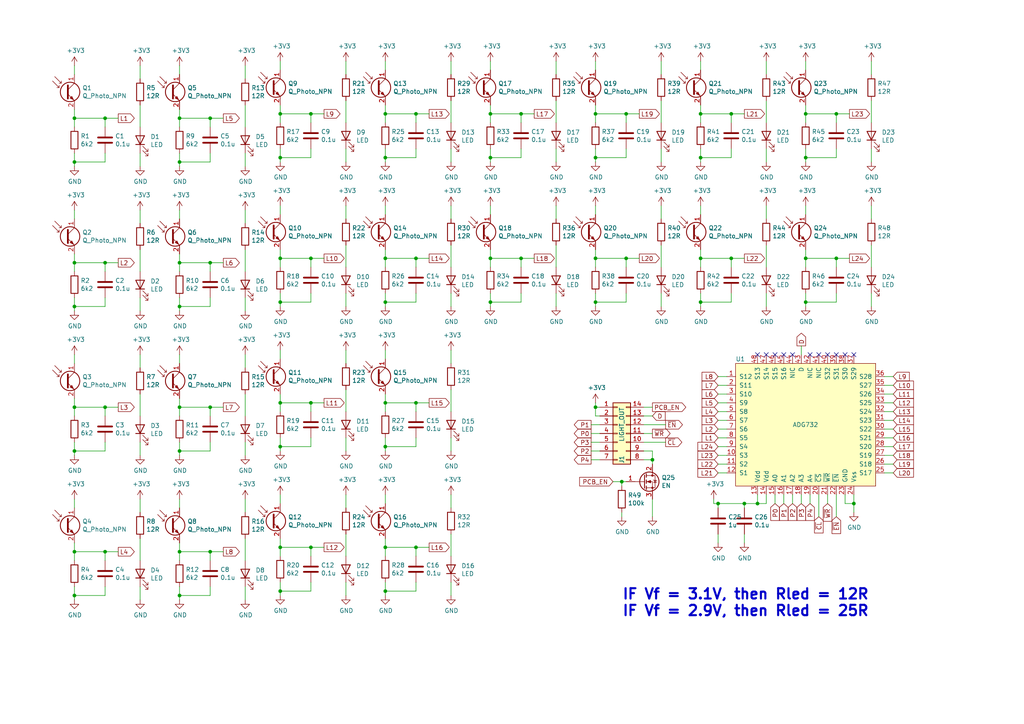
<source format=kicad_sch>
(kicad_sch (version 20211123) (generator eeschema)
  (paper "A4")
  (junction (at 21.59 88.9))
  (junction (at 52.07 118.11))
  (junction (at 151.13 74.93))
  (junction (at 111.76 158.75))
  (junction (at 60.96 118.11))
  (junction (at 242.57 74.93))
  (junction (at 172.72 74.93))
  (junction (at 120.65 158.75))
  (junction (at 215.9 146.05))
  (junction (at 212.09 74.93))
  (junction (at 120.65 33.02))
  (junction (at 247.65 146.05))
  (junction (at 172.72 118.11))
  (junction (at 142.24 33.02))
  (junction (at 111.76 45.72))
  (junction (at 120.65 74.93))
  (junction (at 111.76 171.45))
  (junction (at 142.24 45.72))
  (junction (at 52.07 172.72))
  (junction (at 81.28 116.84))
  (junction (at 21.59 46.99))
  (junction (at 30.48 118.11))
  (junction (at 181.61 74.93))
  (junction (at 30.48 160.02))
  (junction (at 111.76 74.93))
  (junction (at 52.07 46.99))
  (junction (at 81.28 74.93))
  (junction (at 81.28 158.75))
  (junction (at 233.68 74.93))
  (junction (at 219.71 146.05))
  (junction (at 81.28 171.45))
  (junction (at 111.76 87.63))
  (junction (at 172.72 33.02))
  (junction (at 90.17 74.93))
  (junction (at 52.07 160.02))
  (junction (at 21.59 160.02))
  (junction (at 142.24 87.63))
  (junction (at 52.07 130.81))
  (junction (at 30.48 34.29))
  (junction (at 208.28 146.05))
  (junction (at 60.96 34.29))
  (junction (at 111.76 129.54))
  (junction (at 142.24 74.93))
  (junction (at 172.72 87.63))
  (junction (at 81.28 129.54))
  (junction (at 233.68 33.02))
  (junction (at 81.28 87.63))
  (junction (at 181.61 33.02))
  (junction (at 189.23 133.35))
  (junction (at 203.2 87.63))
  (junction (at 21.59 76.2))
  (junction (at 233.68 45.72))
  (junction (at 90.17 33.02))
  (junction (at 111.76 116.84))
  (junction (at 21.59 118.11))
  (junction (at 21.59 172.72))
  (junction (at 60.96 160.02))
  (junction (at 151.13 33.02))
  (junction (at 172.72 45.72))
  (junction (at 203.2 45.72))
  (junction (at 233.68 87.63))
  (junction (at 52.07 76.2))
  (junction (at 120.65 116.84))
  (junction (at 242.57 33.02))
  (junction (at 203.2 74.93))
  (junction (at 21.59 34.29))
  (junction (at 52.07 34.29))
  (junction (at 30.48 76.2))
  (junction (at 81.28 33.02))
  (junction (at 111.76 33.02))
  (junction (at 90.17 116.84))
  (junction (at 212.09 33.02))
  (junction (at 21.59 130.81))
  (junction (at 203.2 33.02))
  (junction (at 81.28 45.72))
  (junction (at 60.96 76.2))
  (junction (at 52.07 88.9))
  (junction (at 180.34 139.7))
  (junction (at 90.17 158.75))
  (no_connect (at 224.79 102.87))
  (no_connect (at 237.49 102.87))
  (no_connect (at 234.95 102.87))
  (no_connect (at 229.87 102.87))
  (no_connect (at 222.25 102.87))
  (no_connect (at 245.11 102.87))
  (no_connect (at 240.03 102.87))
  (no_connect (at 242.57 102.87))
  (no_connect (at 247.65 102.87))
  (no_connect (at 219.71 102.87))
  (no_connect (at 227.33 102.87))
  (wire (pts (xy 234.95 146.05) (xy 234.95 143.51)))
  (wire (pts (xy 130.81 46.99) (xy 130.81 43.18)))
  (wire (pts (xy 189.23 149.86) (xy 189.23 144.78)))
  (wire (pts (xy 81.28 87.63) (xy 81.28 85.09)))
  (wire (pts (xy 52.07 48.26) (xy 52.07 46.99)))
  (wire (pts (xy 81.28 158.75) (xy 81.28 156.21)))
  (wire (pts (xy 90.17 158.75) (xy 90.17 161.29)))
  (wire (pts (xy 21.59 130.81) (xy 21.59 128.27)))
  (wire (pts (xy 81.28 74.93) (xy 90.17 74.93)))
  (wire (pts (xy 242.57 87.63) (xy 233.68 87.63)))
  (wire (pts (xy 219.71 146.05) (xy 215.9 146.05)))
  (wire (pts (xy 100.33 172.72) (xy 100.33 168.91)))
  (wire (pts (xy 172.72 88.9) (xy 172.72 87.63)))
  (wire (pts (xy 212.09 74.93) (xy 212.09 77.47)))
  (wire (pts (xy 21.59 76.2) (xy 30.48 76.2)))
  (wire (pts (xy 161.29 21.59) (xy 161.29 17.78)))
  (wire (pts (xy 111.76 74.93) (xy 120.65 74.93)))
  (wire (pts (xy 240.03 146.05) (xy 240.03 143.51)))
  (wire (pts (xy 111.76 88.9) (xy 111.76 87.63)))
  (wire (pts (xy 81.28 74.93) (xy 81.28 72.39)))
  (wire (pts (xy 172.72 77.47) (xy 172.72 74.93)))
  (wire (pts (xy 111.76 74.93) (xy 111.76 72.39)))
  (wire (pts (xy 203.2 74.93) (xy 212.09 74.93)))
  (wire (pts (xy 90.17 158.75) (xy 93.98 158.75)))
  (wire (pts (xy 60.96 76.2) (xy 60.96 78.74)))
  (wire (pts (xy 120.65 129.54) (xy 111.76 129.54)))
  (wire (pts (xy 259.08 127) (xy 256.54 127)))
  (wire (pts (xy 151.13 33.02) (xy 151.13 35.56)))
  (wire (pts (xy 40.64 148.59) (xy 40.64 144.78)))
  (wire (pts (xy 111.76 20.32) (xy 111.76 17.78)))
  (wire (pts (xy 181.61 87.63) (xy 172.72 87.63)))
  (wire (pts (xy 81.28 146.05) (xy 81.28 143.51)))
  (wire (pts (xy 52.07 162.56) (xy 52.07 160.02)))
  (wire (pts (xy 172.72 74.93) (xy 181.61 74.93)))
  (wire (pts (xy 191.77 29.21) (xy 191.77 35.56)))
  (wire (pts (xy 130.81 63.5) (xy 130.81 59.69)))
  (wire (pts (xy 142.24 33.02) (xy 142.24 30.48)))
  (wire (pts (xy 142.24 77.47) (xy 142.24 74.93)))
  (wire (pts (xy 172.72 45.72) (xy 172.72 43.18)))
  (wire (pts (xy 21.59 78.74) (xy 21.59 76.2)))
  (wire (pts (xy 52.07 36.83) (xy 52.07 34.29)))
  (wire (pts (xy 111.76 104.14) (xy 111.76 101.6)))
  (wire (pts (xy 81.28 119.38) (xy 81.28 116.84)))
  (wire (pts (xy 151.13 43.18) (xy 151.13 45.72)))
  (wire (pts (xy 30.48 86.36) (xy 30.48 88.9)))
  (wire (pts (xy 71.12 48.26) (xy 71.12 44.45)))
  (wire (pts (xy 208.28 137.16) (xy 210.82 137.16)))
  (wire (pts (xy 60.96 128.27) (xy 60.96 130.81)))
  (wire (pts (xy 186.69 128.27) (xy 193.04 128.27)))
  (wire (pts (xy 40.64 156.21) (xy 40.64 162.56)))
  (wire (pts (xy 222.25 29.21) (xy 222.25 35.56)))
  (wire (pts (xy 203.2 33.02) (xy 212.09 33.02)))
  (wire (pts (xy 120.65 33.02) (xy 124.46 33.02)))
  (wire (pts (xy 242.57 43.18) (xy 242.57 45.72)))
  (wire (pts (xy 52.07 21.59) (xy 52.07 19.05)))
  (wire (pts (xy 142.24 87.63) (xy 142.24 85.09)))
  (wire (pts (xy 120.65 85.09) (xy 120.65 87.63)))
  (wire (pts (xy 189.23 134.62) (xy 189.23 133.35)))
  (wire (pts (xy 60.96 172.72) (xy 52.07 172.72)))
  (wire (pts (xy 222.25 63.5) (xy 222.25 59.69)))
  (wire (pts (xy 151.13 85.09) (xy 151.13 87.63)))
  (wire (pts (xy 172.72 33.02) (xy 181.61 33.02)))
  (wire (pts (xy 259.08 111.76) (xy 256.54 111.76)))
  (wire (pts (xy 142.24 46.99) (xy 142.24 45.72)))
  (wire (pts (xy 60.96 76.2) (xy 64.77 76.2)))
  (wire (pts (xy 30.48 34.29) (xy 30.48 36.83)))
  (wire (pts (xy 40.64 64.77) (xy 40.64 60.96)))
  (wire (pts (xy 90.17 33.02) (xy 90.17 35.56)))
  (wire (pts (xy 181.61 74.93) (xy 185.42 74.93)))
  (wire (pts (xy 81.28 20.32) (xy 81.28 17.78)))
  (wire (pts (xy 21.59 160.02) (xy 21.59 157.48)))
  (wire (pts (xy 30.48 118.11) (xy 34.29 118.11)))
  (wire (pts (xy 208.28 147.32) (xy 208.28 146.05)))
  (wire (pts (xy 222.25 146.05) (xy 219.71 146.05)))
  (wire (pts (xy 52.07 173.99) (xy 52.07 172.72)))
  (wire (pts (xy 120.65 45.72) (xy 111.76 45.72)))
  (wire (pts (xy 219.71 143.51) (xy 219.71 146.05)))
  (wire (pts (xy 60.96 118.11) (xy 64.77 118.11)))
  (wire (pts (xy 60.96 88.9) (xy 52.07 88.9)))
  (wire (pts (xy 130.81 21.59) (xy 130.81 17.78)))
  (wire (pts (xy 142.24 45.72) (xy 142.24 43.18)))
  (wire (pts (xy 181.61 74.93) (xy 181.61 77.47)))
  (wire (pts (xy 203.2 74.93) (xy 203.2 72.39)))
  (wire (pts (xy 81.28 171.45) (xy 81.28 168.91)))
  (wire (pts (xy 52.07 46.99) (xy 52.07 44.45)))
  (wire (pts (xy 111.76 46.99) (xy 111.76 45.72)))
  (wire (pts (xy 203.2 20.32) (xy 203.2 17.78)))
  (wire (pts (xy 172.72 116.84) (xy 172.72 118.11)))
  (wire (pts (xy 172.72 35.56) (xy 172.72 33.02)))
  (wire (pts (xy 247.65 146.05) (xy 245.11 146.05)))
  (wire (pts (xy 52.07 78.74) (xy 52.07 76.2)))
  (wire (pts (xy 172.72 20.32) (xy 172.72 17.78)))
  (wire (pts (xy 171.45 128.27) (xy 173.99 128.27)))
  (wire (pts (xy 120.65 171.45) (xy 111.76 171.45)))
  (wire (pts (xy 120.65 158.75) (xy 120.65 161.29)))
  (wire (pts (xy 142.24 62.23) (xy 142.24 59.69)))
  (wire (pts (xy 90.17 43.18) (xy 90.17 45.72)))
  (wire (pts (xy 90.17 33.02) (xy 93.98 33.02)))
  (wire (pts (xy 90.17 87.63) (xy 81.28 87.63)))
  (wire (pts (xy 252.73 29.21) (xy 252.73 35.56)))
  (wire (pts (xy 111.76 158.75) (xy 111.76 156.21)))
  (wire (pts (xy 120.65 87.63) (xy 111.76 87.63)))
  (wire (pts (xy 151.13 87.63) (xy 142.24 87.63)))
  (wire (pts (xy 81.28 129.54) (xy 81.28 127)))
  (wire (pts (xy 161.29 63.5) (xy 161.29 59.69)))
  (wire (pts (xy 52.07 105.41) (xy 52.07 102.87)))
  (wire (pts (xy 252.73 46.99) (xy 252.73 43.18)))
  (wire (pts (xy 203.2 62.23) (xy 203.2 59.69)))
  (wire (pts (xy 81.28 33.02) (xy 81.28 30.48)))
  (wire (pts (xy 252.73 21.59) (xy 252.73 17.78)))
  (wire (pts (xy 208.28 111.76) (xy 210.82 111.76)))
  (wire (pts (xy 212.09 85.09) (xy 212.09 87.63)))
  (wire (pts (xy 232.41 146.05) (xy 232.41 143.51)))
  (wire (pts (xy 30.48 172.72) (xy 21.59 172.72)))
  (wire (pts (xy 256.54 134.62) (xy 259.08 134.62)))
  (wire (pts (xy 81.28 35.56) (xy 81.28 33.02)))
  (wire (pts (xy 208.28 127) (xy 210.82 127)))
  (wire (pts (xy 233.68 46.99) (xy 233.68 45.72)))
  (wire (pts (xy 181.61 33.02) (xy 181.61 35.56)))
  (wire (pts (xy 52.07 63.5) (xy 52.07 60.96)))
  (wire (pts (xy 21.59 21.59) (xy 21.59 19.05)))
  (wire (pts (xy 30.48 160.02) (xy 30.48 162.56)))
  (wire (pts (xy 252.73 63.5) (xy 252.73 59.69)))
  (wire (pts (xy 151.13 74.93) (xy 154.94 74.93)))
  (wire (pts (xy 21.59 63.5) (xy 21.59 60.96)))
  (wire (pts (xy 173.99 118.11) (xy 172.72 118.11)))
  (wire (pts (xy 207.01 144.78) (xy 207.01 146.05)))
  (wire (pts (xy 161.29 71.12) (xy 161.29 77.47)))
  (wire (pts (xy 233.68 20.32) (xy 233.68 17.78)))
  (wire (pts (xy 120.65 158.75) (xy 124.46 158.75)))
  (wire (pts (xy 40.64 132.08) (xy 40.64 128.27)))
  (wire (pts (xy 259.08 137.16) (xy 256.54 137.16)))
  (wire (pts (xy 100.33 63.5) (xy 100.33 59.69)))
  (wire (pts (xy 120.65 127) (xy 120.65 129.54)))
  (wire (pts (xy 21.59 46.99) (xy 21.59 44.45)))
  (wire (pts (xy 100.33 21.59) (xy 100.33 17.78)))
  (wire (pts (xy 100.33 29.21) (xy 100.33 35.56)))
  (wire (pts (xy 259.08 121.92) (xy 256.54 121.92)))
  (wire (pts (xy 52.07 172.72) (xy 52.07 170.18)))
  (wire (pts (xy 111.76 33.02) (xy 111.76 30.48)))
  (wire (pts (xy 208.28 121.92) (xy 210.82 121.92)))
  (wire (pts (xy 191.77 88.9) (xy 191.77 85.09)))
  (wire (pts (xy 203.2 87.63) (xy 203.2 85.09)))
  (wire (pts (xy 21.59 132.08) (xy 21.59 130.81)))
  (wire (pts (xy 60.96 160.02) (xy 60.96 162.56)))
  (wire (pts (xy 242.57 85.09) (xy 242.57 87.63)))
  (wire (pts (xy 151.13 33.02) (xy 154.94 33.02)))
  (wire (pts (xy 81.28 46.99) (xy 81.28 45.72)))
  (wire (pts (xy 40.64 90.17) (xy 40.64 86.36)))
  (wire (pts (xy 52.07 118.11) (xy 60.96 118.11)))
  (wire (pts (xy 171.45 133.35) (xy 173.99 133.35)))
  (wire (pts (xy 71.12 156.21) (xy 71.12 162.56)))
  (wire (pts (xy 60.96 86.36) (xy 60.96 88.9)))
  (wire (pts (xy 193.04 123.19) (xy 186.69 123.19)))
  (wire (pts (xy 142.24 33.02) (xy 151.13 33.02)))
  (wire (pts (xy 256.54 109.22) (xy 259.08 109.22)))
  (wire (pts (xy 21.59 173.99) (xy 21.59 172.72)))
  (wire (pts (xy 81.28 33.02) (xy 90.17 33.02)))
  (wire (pts (xy 208.28 134.62) (xy 210.82 134.62)))
  (wire (pts (xy 100.33 105.41) (xy 100.33 101.6)))
  (wire (pts (xy 191.77 21.59) (xy 191.77 17.78)))
  (wire (pts (xy 181.61 33.02) (xy 185.42 33.02)))
  (wire (pts (xy 90.17 116.84) (xy 90.17 119.38)))
  (wire (pts (xy 71.12 30.48) (xy 71.12 36.83)))
  (wire (pts (xy 203.2 35.56) (xy 203.2 33.02)))
  (wire (pts (xy 208.28 124.46) (xy 210.82 124.46)))
  (wire (pts (xy 171.45 125.73) (xy 173.99 125.73)))
  (wire (pts (xy 60.96 118.11) (xy 60.96 120.65)))
  (wire (pts (xy 21.59 36.83) (xy 21.59 34.29)))
  (wire (pts (xy 71.12 173.99) (xy 71.12 170.18)))
  (wire (pts (xy 233.68 45.72) (xy 233.68 43.18)))
  (wire (pts (xy 30.48 160.02) (xy 34.29 160.02)))
  (wire (pts (xy 30.48 88.9) (xy 21.59 88.9)))
  (wire (pts (xy 30.48 118.11) (xy 30.48 120.65)))
  (wire (pts (xy 21.59 162.56) (xy 21.59 160.02)))
  (wire (pts (xy 52.07 88.9) (xy 52.07 86.36)))
  (wire (pts (xy 111.76 172.72) (xy 111.76 171.45)))
  (wire (pts (xy 242.57 33.02) (xy 246.38 33.02)))
  (wire (pts (xy 142.24 35.56) (xy 142.24 33.02)))
  (wire (pts (xy 30.48 46.99) (xy 21.59 46.99)))
  (wire (pts (xy 90.17 85.09) (xy 90.17 87.63)))
  (wire (pts (xy 172.72 120.65) (xy 173.99 120.65)))
  (wire (pts (xy 191.77 46.99) (xy 191.77 43.18)))
  (wire (pts (xy 161.29 29.21) (xy 161.29 35.56)))
  (wire (pts (xy 90.17 127) (xy 90.17 129.54)))
  (wire (pts (xy 172.72 118.11) (xy 172.72 120.65)))
  (wire (pts (xy 81.28 62.23) (xy 81.28 59.69)))
  (wire (pts (xy 181.61 45.72) (xy 172.72 45.72)))
  (wire (pts (xy 52.07 76.2) (xy 60.96 76.2)))
  (wire (pts (xy 52.07 34.29) (xy 60.96 34.29)))
  (wire (pts (xy 172.72 46.99) (xy 172.72 45.72)))
  (wire (pts (xy 111.76 116.84) (xy 120.65 116.84)))
  (wire (pts (xy 90.17 74.93) (xy 93.98 74.93)))
  (wire (pts (xy 172.72 33.02) (xy 172.72 30.48)))
  (wire (pts (xy 227.33 146.05) (xy 227.33 143.51)))
  (wire (pts (xy 60.96 130.81) (xy 52.07 130.81)))
  (wire (pts (xy 21.59 48.26) (xy 21.59 46.99)))
  (wire (pts (xy 186.69 133.35) (xy 189.23 133.35)))
  (wire (pts (xy 171.45 130.81) (xy 173.99 130.81)))
  (wire (pts (xy 30.48 130.81) (xy 21.59 130.81)))
  (wire (pts (xy 130.81 147.32) (xy 130.81 143.51)))
  (wire (pts (xy 177.8 139.7) (xy 180.34 139.7)))
  (wire (pts (xy 111.76 171.45) (xy 111.76 168.91)))
  (wire (pts (xy 111.76 45.72) (xy 111.76 43.18)))
  (wire (pts (xy 120.65 74.93) (xy 124.46 74.93)))
  (wire (pts (xy 212.09 74.93) (xy 215.9 74.93)))
  (wire (pts (xy 71.12 90.17) (xy 71.12 86.36)))
  (wire (pts (xy 71.12 22.86) (xy 71.12 19.05)))
  (wire (pts (xy 90.17 171.45) (xy 81.28 171.45)))
  (wire (pts (xy 71.12 148.59) (xy 71.12 144.78)))
  (wire (pts (xy 120.65 116.84) (xy 120.65 119.38)))
  (wire (pts (xy 208.28 116.84) (xy 210.82 116.84)))
  (wire (pts (xy 245.11 146.05) (xy 245.11 143.51)))
  (wire (pts (xy 142.24 74.93) (xy 151.13 74.93)))
  (wire (pts (xy 81.28 161.29) (xy 81.28 158.75)))
  (wire (pts (xy 212.09 33.02) (xy 212.09 35.56)))
  (wire (pts (xy 186.69 120.65) (xy 189.23 120.65)))
  (wire (pts (xy 111.76 62.23) (xy 111.76 59.69)))
  (wire (pts (xy 90.17 45.72) (xy 81.28 45.72)))
  (wire (pts (xy 21.59 76.2) (xy 21.59 73.66)))
  (wire (pts (xy 111.76 161.29) (xy 111.76 158.75)))
  (wire (pts (xy 172.72 87.63) (xy 172.72 85.09)))
  (wire (pts (xy 212.09 45.72) (xy 203.2 45.72)))
  (wire (pts (xy 90.17 129.54) (xy 81.28 129.54)))
  (wire (pts (xy 189.23 125.73) (xy 186.69 125.73)))
  (wire (pts (xy 151.13 74.93) (xy 151.13 77.47)))
  (wire (pts (xy 237.49 143.51) (xy 237.49 149.86)))
  (wire (pts (xy 203.2 45.72) (xy 203.2 43.18)))
  (wire (pts (xy 189.23 133.35) (xy 189.23 130.81)))
  (wire (pts (xy 222.25 143.51) (xy 222.25 146.05)))
  (wire (pts (xy 130.81 88.9) (xy 130.81 85.09)))
  (wire (pts (xy 233.68 62.23) (xy 233.68 59.69)))
  (wire (pts (xy 60.96 44.45) (xy 60.96 46.99)))
  (wire (pts (xy 233.68 74.93) (xy 242.57 74.93)))
  (wire (pts (xy 21.59 90.17) (xy 21.59 88.9)))
  (wire (pts (xy 81.28 130.81) (xy 81.28 129.54)))
  (wire (pts (xy 111.76 130.81) (xy 111.76 129.54)))
  (wire (pts (xy 233.68 77.47) (xy 233.68 74.93)))
  (wire (pts (xy 111.76 33.02) (xy 120.65 33.02)))
  (wire (pts (xy 242.57 45.72) (xy 233.68 45.72)))
  (wire (pts (xy 130.81 71.12) (xy 130.81 77.47)))
  (wire (pts (xy 232.41 102.87) (xy 232.41 100.33)))
  (wire (pts (xy 40.64 22.86) (xy 40.64 19.05)))
  (wire (pts (xy 224.79 146.05) (xy 224.79 143.51)))
  (wire (pts (xy 60.96 170.18) (xy 60.96 172.72)))
  (wire (pts (xy 100.33 88.9) (xy 100.33 85.09)))
  (wire (pts (xy 30.48 34.29) (xy 34.29 34.29)))
  (wire (pts (xy 130.81 130.81) (xy 130.81 127)))
  (wire (pts (xy 52.07 130.81) (xy 52.07 128.27)))
  (wire (pts (xy 30.48 170.18) (xy 30.48 172.72)))
  (wire (pts (xy 30.48 76.2) (xy 34.29 76.2)))
  (wire (pts (xy 208.28 119.38) (xy 210.82 119.38)))
  (wire (pts (xy 242.57 143.51) (xy 242.57 149.86)))
  (wire (pts (xy 100.33 71.12) (xy 100.33 77.47)))
  (wire (pts (xy 120.65 74.93) (xy 120.65 77.47)))
  (wire (pts (xy 40.64 173.99) (xy 40.64 170.18)))
  (wire (pts (xy 21.59 88.9) (xy 21.59 86.36)))
  (wire (pts (xy 222.25 71.12) (xy 222.25 77.47)))
  (wire (pts (xy 52.07 34.29) (xy 52.07 31.75)))
  (wire (pts (xy 60.96 34.29) (xy 64.77 34.29)))
  (wire (pts (xy 90.17 168.91) (xy 90.17 171.45)))
  (wire (pts (xy 40.64 114.3) (xy 40.64 120.65)))
  (wire (pts (xy 259.08 132.08) (xy 256.54 132.08)))
  (wire (pts (xy 71.12 72.39) (xy 71.12 78.74)))
  (wire (pts (xy 212.09 87.63) (xy 203.2 87.63)))
  (wire (pts (xy 52.07 160.02) (xy 60.96 160.02)))
  (wire (pts (xy 60.96 34.29) (xy 60.96 36.83)))
  (wire (pts (xy 130.81 113.03) (xy 130.81 119.38)))
  (wire (pts (xy 207.01 146.05) (xy 208.28 146.05)))
  (wire (pts (xy 180.34 149.86) (xy 180.34 148.59)))
  (wire (pts (xy 181.61 85.09) (xy 181.61 87.63)))
  (wire (pts (xy 212.09 33.02) (xy 215.9 33.02)))
  (wire (pts (xy 111.76 35.56) (xy 111.76 33.02)))
  (wire (pts (xy 111.76 87.63) (xy 111.76 85.09)))
  (wire (pts (xy 203.2 77.47) (xy 203.2 74.93)))
  (wire (pts (xy 21.59 118.11) (xy 21.59 115.57)))
  (wire (pts (xy 90.17 116.84) (xy 93.98 116.84)))
  (wire (pts (xy 208.28 146.05) (xy 215.9 146.05)))
  (wire (pts (xy 52.07 147.32) (xy 52.07 144.78)))
  (wire (pts (xy 52.07 160.02) (xy 52.07 157.48)))
  (wire (pts (xy 233.68 33.02) (xy 233.68 30.48)))
  (wire (pts (xy 203.2 88.9) (xy 203.2 87.63)))
  (wire (pts (xy 222.25 46.99) (xy 222.25 43.18)))
  (wire (pts (xy 191.77 63.5) (xy 191.77 59.69)))
  (wire (pts (xy 21.59 34.29) (xy 30.48 34.29)))
  (wire (pts (xy 81.28 104.14) (xy 81.28 101.6)))
  (wire (pts (xy 222.25 88.9) (xy 222.25 85.09)))
  (wire (pts (xy 21.59 120.65) (xy 21.59 118.11)))
  (wire (pts (xy 40.64 72.39) (xy 40.64 78.74)))
  (wire (pts (xy 130.81 29.21) (xy 130.81 35.56)))
  (wire (pts (xy 81.28 45.72) (xy 81.28 43.18)))
  (wire (pts (xy 233.68 35.56) (xy 233.68 33.02)))
  (wire (pts (xy 252.73 88.9) (xy 252.73 85.09)))
  (wire (pts (xy 130.81 154.94) (xy 130.81 161.29)))
  (wire (pts (xy 81.28 77.47) (xy 81.28 74.93)))
  (wire (pts (xy 21.59 147.32) (xy 21.59 144.78)))
  (wire (pts (xy 21.59 118.11) (xy 30.48 118.11)))
  (wire (pts (xy 247.65 143.51) (xy 247.65 146.05)))
  (wire (pts (xy 30.48 44.45) (xy 30.48 46.99)))
  (wire (pts (xy 52.07 120.65) (xy 52.07 118.11)))
  (wire (pts (xy 90.17 74.93) (xy 90.17 77.47)))
  (wire (pts (xy 81.28 172.72) (xy 81.28 171.45)))
  (wire (pts (xy 172.72 74.93) (xy 172.72 72.39)))
  (wire (pts (xy 191.77 71.12) (xy 191.77 77.47)))
  (wire (pts (xy 81.28 158.75) (xy 90.17 158.75)))
  (wire (pts (xy 111.76 146.05) (xy 111.76 143.51)))
  (wire (pts (xy 242.57 33.02) (xy 242.57 35.56)))
  (wire (pts (xy 60.96 160.02) (xy 64.77 160.02)))
  (wire (pts (xy 171.45 123.19) (xy 173.99 123.19)))
  (wire (pts (xy 208.28 129.54) (xy 210.82 129.54)))
  (wire (pts (xy 52.07 132.08) (xy 52.07 130.81)))
  (wire (pts (xy 52.07 118.11) (xy 52.07 115.57)))
  (wire (pts (xy 215.9 147.32) (xy 215.9 146.05)))
  (wire (pts (xy 100.33 130.81) (xy 100.33 127)))
  (wire (pts (xy 189.23 118.11) (xy 186.69 118.11)))
  (wire (pts (xy 30.48 76.2) (xy 30.48 78.74)))
  (wire (pts (xy 81.28 88.9) (xy 81.28 87.63)))
  (wire (pts (xy 259.08 116.84) (xy 256.54 116.84)))
  (wire (pts (xy 233.68 88.9) (xy 233.68 87.63)))
  (wire (pts (xy 52.07 76.2) (xy 52.07 73.66)))
  (wire (pts (xy 71.12 106.68) (xy 71.12 102.87)))
  (wire (pts (xy 233.68 87.63) (xy 233.68 85.09)))
  (wire (pts (xy 215.9 157.48) (xy 215.9 154.94)))
  (wire (pts (xy 120.65 168.91) (xy 120.65 171.45)))
  (wire (pts (xy 111.76 77.47) (xy 111.76 74.93)))
  (wire (pts (xy 208.28 132.08) (xy 210.82 132.08)))
  (wire (pts (xy 100.33 154.94) (xy 100.33 161.29)))
  (wire (pts (xy 256.54 124.46) (xy 259.08 124.46)))
  (wire (pts (xy 142.24 20.32) (xy 142.24 17.78)))
  (wire (pts (xy 203.2 33.02) (xy 203.2 30.48)))
  (wire (pts (xy 71.12 114.3) (xy 71.12 120.65)))
  (wire (pts (xy 212.09 43.18) (xy 212.09 45.72)))
  (wire (pts (xy 120.65 43.18) (xy 120.65 45.72)))
  (wire (pts (xy 100.33 46.99) (xy 100.33 43.18)))
  (wire (pts (xy 189.23 130.81) (xy 186.69 130.81)))
  (wire (pts (xy 180.34 140.97) (xy 180.34 139.7)))
  (wire (pts (xy 203.2 46.99) (xy 203.2 45.72)))
  (wire (pts (xy 40.64 30.48) (xy 40.64 36.83)))
  (wire (pts (xy 180.34 139.7) (xy 181.61 139.7)))
  (wire (pts (xy 21.59 105.41) (xy 21.59 102.87)))
  (wire (pts (xy 130.81 105.41) (xy 130.81 101.6)))
  (wire (pts (xy 40.64 48.26) (xy 40.64 44.45)))
  (wire (pts (xy 40.64 106.68) (xy 40.64 102.87)))
  (wire (pts (xy 181.61 43.18) (xy 181.61 45.72)))
  (wire (pts (xy 100.33 147.32) (xy 100.33 143.51)))
  (wire (pts (xy 222.25 21.59) (xy 222.25 17.78)))
  (wire (pts (xy 256.54 129.54) (xy 259.08 129.54)))
  (wire (pts (xy 256.54 119.38) (xy 259.08 119.38)))
  (wire (pts (xy 21.59 172.72) (xy 21.59 170.18)))
  (wire (pts (xy 142.24 74.93) (xy 142.24 72.39)))
  (wire (pts (xy 111.76 158.75) (xy 120.65 158.75)))
  (wire (pts (xy 130.81 172.72) (xy 130.81 168.91)))
  (wire (pts (xy 71.12 132.08) (xy 71.12 128.27)))
  (wire (pts (xy 161.29 88.9) (xy 161.29 85.09)))
  (wire (pts (xy 52.07 90.17) (xy 52.07 88.9)))
  (wire (pts (xy 233.68 33.02) (xy 242.57 33.02)))
  (wire (pts (xy 111.76 129.54) (xy 111.76 127)))
  (wire (pts (xy 142.24 88.9) (xy 142.24 87.63)))
  (wire (pts (xy 60.96 46.99) (xy 52.07 46.99)))
  (wire (pts (xy 256.54 114.3) (xy 259.08 114.3)))
  (wire (pts (xy 111.76 116.84) (xy 111.76 114.3)))
  (wire (pts (xy 242.57 74.93) (xy 246.38 74.93)))
  (wire (pts (xy 30.48 128.27) (xy 30.48 130.81)))
  (wire (pts (xy 172.72 62.23) (xy 172.72 59.69)))
  (wire (pts (xy 120.65 116.84) (xy 124.46 116.84)))
  (wire (pts (xy 161.29 46.99) (xy 161.29 43.18)))
  (wire (pts (xy 111.76 119.38) (xy 111.76 116.84)))
  (wire (pts (xy 120.65 33.02) (xy 120.65 35.56)))
  (wire (pts (xy 21.59 160.02) (xy 30.48 160.02)))
  (wire (pts (xy 21.59 34.29) (xy 21.59 31.75)))
  (wire (pts (xy 100.33 113.03) (xy 100.33 119.38)))
  (wire (pts (xy 208.28 114.3) (xy 210.82 114.3)))
  (wire (pts (xy 252.73 71.12) (xy 252.73 77.47)))
  (wire (pts (xy 151.13 45.72) (xy 142.24 45.72)))
  (wire (pts (xy 247.65 148.59) (xy 247.65 146.05)))
  (wire (pts (xy 71.12 64.77) (xy 71.12 60.96)))
  (wire (pts (xy 208.28 154.94) (xy 208.28 157.48)))
  (wire (pts (xy 229.87 146.05) (xy 229.87 143.51)))
  (wire (pts (xy 208.28 109.22) (xy 210.82 109.22)))
  (wire (pts (xy 233.68 74.93) (xy 233.68 72.39)))
  (wire (pts (xy 81.28 116.84) (xy 90.17 116.84)))
  (wire (pts (xy 242.57 74.93) (xy 242.57 77.47)))
  (wire (pts (xy 81.28 116.84) (xy 81.28 114.3)))
  (text "IF Vf = 3.1V, then Rled = 12R\nIF Vf = 2.9V, then Rled = 25R" (at 180.34 179.07 0) (effects (font (size 2.9972 2.9972) (thickness 0.5994) bold) (justify left bottom)))
  (global_label "L4" (shape output) (at 34.29 160.02 0) (property "Intersheet References" "${INTERSHEET_REFS}" (effects hide)))
  (global_label "L10" (shape input) (at 259.08 111.76 0) (property "Intersheet References" "${INTERSHEET_REFS}" (effects hide)))
  (global_label "L20" (shape output) (at 185.42 74.93 0) (property "Intersheet References" "${INTERSHEET_REFS}" (effects hide)))
  (global_label "L20" (shape input) (at 259.08 137.16 0) (property "Intersheet References" "${INTERSHEET_REFS}" (effects hide)))
  (global_label "L14" (shape output) (at 124.46 74.93 0) (property "Intersheet References" "${INTERSHEET_REFS}" (effects hide)))
  (global_label "L12" (shape output) (at 93.98 158.75 0) (property "Intersheet References" "${INTERSHEET_REFS}" (effects hide)))
  (global_label "P3" (shape input) (at 232.41 146.05 270) (property "Intersheet References" "${INTERSHEET_REFS}" (effects hide)))
  (global_label "D" (shape input) (at 189.23 120.65 0) (property "Intersheet References" "${INTERSHEET_REFS}" (effects hide)))
  (global_label "L3" (shape output) (at 34.29 118.11 0) (property "Intersheet References" "${INTERSHEET_REFS}" (effects hide)))
  (global_label "~{CL}" (shape input) (at 237.49 149.86 270) (property "Intersheet References" "${INTERSHEET_REFS}" (effects hide)))
  (global_label "P0" (shape output) (at 171.45 125.73 180) (property "Intersheet References" "${INTERSHEET_REFS}" (effects hide)))
  (global_label "L8" (shape output) (at 64.77 160.02 0) (property "Intersheet References" "${INTERSHEET_REFS}" (effects hide)))
  (global_label "L6" (shape output) (at 64.77 76.2 0) (property "Intersheet References" "${INTERSHEET_REFS}" (effects hide)))
  (global_label "L3" (shape input) (at 208.28 121.92 180) (property "Intersheet References" "${INTERSHEET_REFS}" (effects hide)))
  (global_label "L7" (shape input) (at 208.28 111.76 180) (property "Intersheet References" "${INTERSHEET_REFS}" (effects hide)))
  (global_label "~{CL}" (shape output) (at 193.04 128.27 0) (property "Intersheet References" "${INTERSHEET_REFS}" (effects hide)))
  (global_label "L10" (shape output) (at 93.98 74.93 0) (property "Intersheet References" "${INTERSHEET_REFS}" (effects hide)))
  (global_label "L4" (shape input) (at 208.28 119.38 180) (property "Intersheet References" "${INTERSHEET_REFS}" (effects hide)))
  (global_label "L11" (shape input) (at 259.08 114.3 0) (property "Intersheet References" "${INTERSHEET_REFS}" (effects hide)))
  (global_label "L22" (shape input) (at 208.28 134.62 180) (property "Intersheet References" "${INTERSHEET_REFS}" (effects hide)))
  (global_label "L8" (shape input) (at 208.28 109.22 180) (property "Intersheet References" "${INTERSHEET_REFS}" (effects hide)))
  (global_label "~{EN}" (shape output) (at 193.04 123.19 0) (property "Intersheet References" "${INTERSHEET_REFS}" (effects hide)))
  (global_label "L9" (shape output) (at 93.98 33.02 0) (property "Intersheet References" "${INTERSHEET_REFS}" (effects hide)))
  (global_label "L7" (shape output) (at 64.77 118.11 0) (property "Intersheet References" "${INTERSHEET_REFS}" (effects hide)))
  (global_label "L18" (shape input) (at 259.08 132.08 0) (property "Intersheet References" "${INTERSHEET_REFS}" (effects hide)))
  (global_label "L16" (shape output) (at 124.46 158.75 0) (property "Intersheet References" "${INTERSHEET_REFS}" (effects hide)))
  (global_label "P2" (shape input) (at 229.87 146.05 270) (property "Intersheet References" "${INTERSHEET_REFS}" (effects hide)))
  (global_label "L18" (shape output) (at 154.94 74.93 0) (property "Intersheet References" "${INTERSHEET_REFS}" (effects hide)))
  (global_label "PCB_EN" (shape input) (at 177.8 139.7 180) (property "Intersheet References" "${INTERSHEET_REFS}" (effects hide)))
  (global_label "P1" (shape output) (at 171.45 123.19 180) (property "Intersheet References" "${INTERSHEET_REFS}" (effects hide)))
  (global_label "L1" (shape output) (at 34.29 34.29 0) (property "Intersheet References" "${INTERSHEET_REFS}" (effects hide)))
  (global_label "L13" (shape output) (at 124.46 33.02 0) (property "Intersheet References" "${INTERSHEET_REFS}" (effects hide)))
  (global_label "L2" (shape output) (at 34.29 76.2 0) (property "Intersheet References" "${INTERSHEET_REFS}" (effects hide)))
  (global_label "P4" (shape output) (at 171.45 133.35 180) (property "Intersheet References" "${INTERSHEET_REFS}" (effects hide)))
  (global_label "L16" (shape input) (at 259.08 127 0) (property "Intersheet References" "${INTERSHEET_REFS}" (effects hide)))
  (global_label "P0" (shape input) (at 224.79 146.05 270) (property "Intersheet References" "${INTERSHEET_REFS}" (effects hide)))
  (global_label "L9" (shape input) (at 259.08 109.22 0) (property "Intersheet References" "${INTERSHEET_REFS}" (effects hide)))
  (global_label "L13" (shape input) (at 259.08 119.38 0) (property "Intersheet References" "${INTERSHEET_REFS}" (effects hide)))
  (global_label "P1" (shape input) (at 227.33 146.05 270) (property "Intersheet References" "${INTERSHEET_REFS}" (effects hide)))
  (global_label "L1" (shape input) (at 208.28 127 180) (property "Intersheet References" "${INTERSHEET_REFS}" (effects hide)))
  (global_label "L11" (shape output) (at 93.98 116.84 0) (property "Intersheet References" "${INTERSHEET_REFS}" (effects hide)))
  (global_label "~{EN}" (shape input) (at 242.57 149.86 270) (property "Intersheet References" "${INTERSHEET_REFS}" (effects hide)))
  (global_label "L23" (shape input) (at 208.28 132.08 180) (property "Intersheet References" "${INTERSHEET_REFS}" (effects hide)))
  (global_label "L15" (shape input) (at 259.08 124.46 0) (property "Intersheet References" "${INTERSHEET_REFS}" (effects hide)))
  (global_label "PCB_EN" (shape output) (at 189.23 118.11 0) (property "Intersheet References" "${INTERSHEET_REFS}" (effects hide)))
  (global_label "L21" (shape output) (at 215.9 33.02 0) (property "Intersheet References" "${INTERSHEET_REFS}" (effects hide)))
  (global_label "D" (shape output) (at 232.41 100.33 90) (property "Intersheet References" "${INTERSHEET_REFS}" (effects hide)))
  (global_label "P4" (shape input) (at 234.95 146.05 270) (property "Intersheet References" "${INTERSHEET_REFS}" (effects hide)))
  (global_label "L15" (shape output) (at 124.46 116.84 0) (property "Intersheet References" "${INTERSHEET_REFS}" (effects hide)))
  (global_label "L5" (shape output) (at 64.77 34.29 0) (property "Intersheet References" "${INTERSHEET_REFS}" (effects hide)))
  (global_label "L23" (shape output) (at 246.38 33.02 0) (property "Intersheet References" "${INTERSHEET_REFS}" (effects hide)))
  (global_label "P3" (shape output) (at 171.45 128.27 180) (property "Intersheet References" "${INTERSHEET_REFS}" (effects hide)))
  (global_label "L12" (shape input) (at 259.08 116.84 0) (property "Intersheet References" "${INTERSHEET_REFS}" (effects hide)))
  (global_label "L24" (shape output) (at 246.38 74.93 0) (property "Intersheet References" "${INTERSHEET_REFS}" (effects hide)))
  (global_label "L24" (shape input) (at 208.28 129.54 180) (property "Intersheet References" "${INTERSHEET_REFS}" (effects hide)))
  (global_label "L19" (shape input) (at 259.08 134.62 0) (property "Intersheet References" "${INTERSHEET_REFS}" (effects hide)))
  (global_label "L14" (shape input) (at 259.08 121.92 0) (property "Intersheet References" "${INTERSHEET_REFS}" (effects hide)))
  (global_label "~{WR}" (shape input) (at 240.03 146.05 270) (property "Intersheet References" "${INTERSHEET_REFS}" (effects hide)))
  (global_label "L5" (shape input) (at 208.28 116.84 180) (property "Intersheet References" "${INTERSHEET_REFS}" (effects hide)))
  (global_label "P2" (shape output) (at 171.45 130.81 180) (property "Intersheet References" "${INTERSHEET_REFS}" (effects hide)))
  (global_label "L17" (shape input) (at 259.08 129.54 0) (property "Intersheet References" "${INTERSHEET_REFS}" (effects hide)))
  (global_label "L22" (shape output) (at 215.9 74.93 0) (property "Intersheet References" "${INTERSHEET_REFS}" (effects hide)))
  (global_label "L21" (shape input) (at 208.28 137.16 180) (property "Intersheet References" "${INTERSHEET_REFS}" (effects hide)))
  (global_label "L19" (shape output) (at 185.42 33.02 0) (property "Intersheet References" "${INTERSHEET_REFS}" (effects hide)))
  (global_label "L6" (shape input) (at 208.28 114.3 180) (property "Intersheet References" "${INTERSHEET_REFS}" (effects hide)))
  (global_label "~{WR}" (shape output) (at 189.23 125.73 0) (property "Intersheet References" "${INTERSHEET_REFS}" (effects hide)))
  (global_label "L17" (shape output) (at 154.94 33.02 0) (property "Intersheet References" "${INTERSHEET_REFS}" (effects hide)))
  (global_label "L2" (shape input) (at 208.28 124.46 180) (property "Intersheet References" "${INTERSHEET_REFS}" (effects hide)))
  (symbol (lib_id "Device:R") (at 21.59 40.64 0) (unit 1)
    (property "Reference" "R1" (at 23.368 39.4716 0) (effects (justify left)))
    (property "Value" "6k2" (at 23.368 41.783 0) (effects (justify left)))
    (property "Footprint" "Resistor_SMD:R_0603_1608Metric_Pad0.98x0.95mm_HandSolder" (effects hide))
  )
  (symbol (lib_id "Device:Q_Photo_NPN") (at 19.05 26.67 0) (unit 1)
    (property "Reference" "Q1" (at 23.876 25.5016 0) (effects (justify left)))
    (property "Value" "Q_Photo_NPN" (at 23.876 27.813 0) (effects (justify left)))
    (property "Footprint" "Light_Ring:XDCR_ALS-PT19-315C_L177_TR8" (effects hide))
  )
  (symbol (lib_id "Device:C") (at 30.48 40.64 0) (unit 1)
    (property "Reference" "C1" (at 33.401 39.4716 0) (effects (justify left)))
    (property "Value" "0.1u" (at 33.401 41.783 0) (effects (justify left)))
    (property "Footprint" "Capacitor_SMD:C_0603_1608Metric_Pad1.08x0.95mm_HandSolder" (effects hide))
  )
  (symbol (lib_id "power:GND") (at 21.59 48.26 0) (unit 1)
    (property "Reference" "#PWR02" (effects hide))
    (property "Value" "GND" (at 21.717 52.6542 0))
  )
  (symbol (lib_id "Device:LED") (at 40.64 40.64 90) (unit 1)
    (property "Reference" "D1" (at 43.6372 39.6494 90) (effects (justify right)))
    (property "Value" "LED" (at 43.6372 41.9608 90) (effects (justify right)))
    (property "Footprint" "LED_SMD:LED_0603_1608Metric" (effects hide))
  )
  (symbol (lib_id "power:GND") (at 40.64 48.26 0) (unit 1)
    (property "Reference" "#PWR010" (effects hide))
    (property "Value" "GND" (at 40.767 52.6542 0))
  )
  (symbol (lib_id "Device:R") (at 40.64 26.67 0) (unit 1)
    (property "Reference" "R5" (at 42.418 25.5016 0) (effects (justify left)))
    (property "Value" "12R" (at 42.418 27.813 0) (effects (justify left)))
    (property "Footprint" "Resistor_SMD:R_0603_1608Metric_Pad0.98x0.95mm_HandSolder" (effects hide))
  )
  (symbol (lib_id "Device:R") (at 52.07 40.64 0) (unit 1)
    (property "Reference" "R9" (at 53.848 39.4716 0) (effects (justify left)))
    (property "Value" "6k2" (at 53.848 41.783 0) (effects (justify left)))
    (property "Footprint" "Resistor_SMD:R_0603_1608Metric_Pad0.98x0.95mm_HandSolder" (effects hide))
  )
  (symbol (lib_id "Device:Q_Photo_NPN") (at 49.53 26.67 0) (unit 1)
    (property "Reference" "Q5" (at 54.356 25.5016 0) (effects (justify left)))
    (property "Value" "Q_Photo_NPN" (at 54.356 27.813 0) (effects (justify left)))
    (property "Footprint" "Light_Ring:XDCR_ALS-PT19-315C_L177_TR8" (effects hide))
  )
  (symbol (lib_id "Device:C") (at 60.96 40.64 0) (unit 1)
    (property "Reference" "C5" (at 63.881 39.4716 0) (effects (justify left)))
    (property "Value" "0.1u" (at 63.881 41.783 0) (effects (justify left)))
    (property "Footprint" "Capacitor_SMD:C_0603_1608Metric_Pad1.08x0.95mm_HandSolder" (effects hide))
  )
  (symbol (lib_id "power:GND") (at 52.07 48.26 0) (unit 1)
    (property "Reference" "#PWR018" (effects hide))
    (property "Value" "GND" (at 52.197 52.6542 0))
  )
  (symbol (lib_id "Device:LED") (at 71.12 40.64 90) (unit 1)
    (property "Reference" "D5" (at 74.1172 39.6494 90) (effects (justify right)))
    (property "Value" "LED" (at 74.1172 41.9608 90) (effects (justify right)))
    (property "Footprint" "LED_SMD:LED_0603_1608Metric" (effects hide))
  )
  (symbol (lib_id "power:GND") (at 71.12 48.26 0) (unit 1)
    (property "Reference" "#PWR026" (effects hide))
    (property "Value" "GND" (at 71.247 52.6542 0))
  )
  (symbol (lib_id "Device:R") (at 71.12 26.67 0) (unit 1)
    (property "Reference" "R13" (at 72.898 25.5016 0) (effects (justify left)))
    (property "Value" "12R" (at 72.898 27.813 0) (effects (justify left)))
    (property "Footprint" "Resistor_SMD:R_0603_1608Metric_Pad0.98x0.95mm_HandSolder" (effects hide))
  )
  (symbol (lib_id "Device:R") (at 81.28 39.37 0) (unit 1)
    (property "Reference" "R17" (at 83.058 38.2016 0) (effects (justify left)))
    (property "Value" "6k2" (at 83.058 40.513 0) (effects (justify left)))
    (property "Footprint" "Resistor_SMD:R_0603_1608Metric_Pad0.98x0.95mm_HandSolder" (effects hide))
  )
  (symbol (lib_id "Device:Q_Photo_NPN") (at 78.74 25.4 0) (unit 1)
    (property "Reference" "Q9" (at 83.566 24.2316 0) (effects (justify left)))
    (property "Value" "Q_Photo_NPN" (at 83.566 26.543 0) (effects (justify left)))
    (property "Footprint" "Light_Ring:XDCR_ALS-PT19-315C_L177_TR8" (effects hide))
  )
  (symbol (lib_id "Device:C") (at 90.17 39.37 0) (unit 1)
    (property "Reference" "C9" (at 93.091 38.2016 0) (effects (justify left)))
    (property "Value" "0.1u" (at 93.091 40.513 0) (effects (justify left)))
    (property "Footprint" "Capacitor_SMD:C_0603_1608Metric_Pad1.08x0.95mm_HandSolder" (effects hide))
  )
  (symbol (lib_id "power:GND") (at 81.28 46.99 0) (unit 1)
    (property "Reference" "#PWR034" (effects hide))
    (property "Value" "GND" (at 81.407 51.3842 0))
  )
  (symbol (lib_id "Device:LED") (at 100.33 39.37 90) (unit 1)
    (property "Reference" "D9" (at 103.3272 38.3794 90) (effects (justify right)))
    (property "Value" "LED" (at 103.3272 40.6908 90) (effects (justify right)))
    (property "Footprint" "LED_SMD:LED_0603_1608Metric" (effects hide))
  )
  (symbol (lib_id "power:GND") (at 100.33 46.99 0) (unit 1)
    (property "Reference" "#PWR042" (effects hide))
    (property "Value" "GND" (at 100.457 51.3842 0))
  )
  (symbol (lib_id "Device:R") (at 100.33 25.4 0) (unit 1)
    (property "Reference" "R21" (at 102.108 24.2316 0) (effects (justify left)))
    (property "Value" "12R" (at 102.108 26.543 0) (effects (justify left)))
    (property "Footprint" "Resistor_SMD:R_0603_1608Metric_Pad0.98x0.95mm_HandSolder" (effects hide))
  )
  (symbol (lib_id "Device:R") (at 111.76 39.37 0) (unit 1)
    (property "Reference" "R25" (at 113.538 38.2016 0) (effects (justify left)))
    (property "Value" "6k2" (at 113.538 40.513 0) (effects (justify left)))
    (property "Footprint" "Resistor_SMD:R_0603_1608Metric_Pad0.98x0.95mm_HandSolder" (effects hide))
  )
  (symbol (lib_id "Device:Q_Photo_NPN") (at 109.22 25.4 0) (unit 1)
    (property "Reference" "Q13" (at 114.046 24.2316 0) (effects (justify left)))
    (property "Value" "Q_Photo_NPN" (at 114.046 26.543 0) (effects (justify left)))
    (property "Footprint" "Light_Ring:XDCR_ALS-PT19-315C_L177_TR8" (effects hide))
  )
  (symbol (lib_id "Device:C") (at 120.65 39.37 0) (unit 1)
    (property "Reference" "C13" (at 123.571 38.2016 0) (effects (justify left)))
    (property "Value" "0.1u" (at 123.571 40.513 0) (effects (justify left)))
    (property "Footprint" "Capacitor_SMD:C_0603_1608Metric_Pad1.08x0.95mm_HandSolder" (effects hide))
  )
  (symbol (lib_id "power:GND") (at 111.76 46.99 0) (unit 1)
    (property "Reference" "#PWR050" (effects hide))
    (property "Value" "GND" (at 111.887 51.3842 0))
  )
  (symbol (lib_id "Device:LED") (at 130.81 39.37 90) (unit 1)
    (property "Reference" "D13" (at 133.8072 38.3794 90) (effects (justify right)))
    (property "Value" "LED" (at 133.8072 40.6908 90) (effects (justify right)))
    (property "Footprint" "LED_SMD:LED_0603_1608Metric" (effects hide))
  )
  (symbol (lib_id "power:GND") (at 130.81 46.99 0) (unit 1)
    (property "Reference" "#PWR058" (effects hide))
    (property "Value" "GND" (at 130.937 51.3842 0))
  )
  (symbol (lib_id "Device:R") (at 130.81 25.4 0) (unit 1)
    (property "Reference" "R29" (at 132.588 24.2316 0) (effects (justify left)))
    (property "Value" "12R" (at 132.588 26.543 0) (effects (justify left)))
    (property "Footprint" "Resistor_SMD:R_0603_1608Metric_Pad0.98x0.95mm_HandSolder" (effects hide))
  )
  (symbol (lib_id "Device:R") (at 21.59 82.55 0) (unit 1)
    (property "Reference" "R2" (at 23.368 81.3816 0) (effects (justify left)))
    (property "Value" "6k2" (at 23.368 83.693 0) (effects (justify left)))
    (property "Footprint" "Resistor_SMD:R_0603_1608Metric_Pad0.98x0.95mm_HandSolder" (effects hide))
  )
  (symbol (lib_id "Device:Q_Photo_NPN") (at 19.05 68.58 0) (unit 1)
    (property "Reference" "Q2" (at 23.876 67.4116 0) (effects (justify left)))
    (property "Value" "Q_Photo_NPN" (at 23.876 69.723 0) (effects (justify left)))
    (property "Footprint" "Light_Ring:XDCR_ALS-PT19-315C_L177_TR8" (effects hide))
  )
  (symbol (lib_id "Device:C") (at 30.48 82.55 0) (unit 1)
    (property "Reference" "C2" (at 33.401 81.3816 0) (effects (justify left)))
    (property "Value" "0.1u" (at 33.401 83.693 0) (effects (justify left)))
    (property "Footprint" "Capacitor_SMD:C_0603_1608Metric_Pad1.08x0.95mm_HandSolder" (effects hide))
  )
  (symbol (lib_id "power:GND") (at 21.59 90.17 0) (unit 1)
    (property "Reference" "#PWR04" (effects hide))
    (property "Value" "GND" (at 21.717 94.5642 0))
  )
  (symbol (lib_id "Device:LED") (at 40.64 82.55 90) (unit 1)
    (property "Reference" "D2" (at 43.6372 81.5594 90) (effects (justify right)))
    (property "Value" "LED" (at 43.6372 83.8708 90) (effects (justify right)))
    (property "Footprint" "LED_SMD:LED_0603_1608Metric" (effects hide))
  )
  (symbol (lib_id "power:GND") (at 40.64 90.17 0) (unit 1)
    (property "Reference" "#PWR012" (effects hide))
    (property "Value" "GND" (at 40.767 94.5642 0))
  )
  (symbol (lib_id "Device:R") (at 40.64 68.58 0) (unit 1)
    (property "Reference" "R6" (at 42.418 67.4116 0) (effects (justify left)))
    (property "Value" "12R" (at 42.418 69.723 0) (effects (justify left)))
    (property "Footprint" "Resistor_SMD:R_0603_1608Metric_Pad0.98x0.95mm_HandSolder" (effects hide))
  )
  (symbol (lib_id "Device:R") (at 52.07 82.55 0) (unit 1)
    (property "Reference" "R10" (at 53.848 81.3816 0) (effects (justify left)))
    (property "Value" "6k2" (at 53.848 83.693 0) (effects (justify left)))
    (property "Footprint" "Resistor_SMD:R_0603_1608Metric_Pad0.98x0.95mm_HandSolder" (effects hide))
  )
  (symbol (lib_id "Device:Q_Photo_NPN") (at 49.53 68.58 0) (unit 1)
    (property "Reference" "Q6" (at 54.356 67.4116 0) (effects (justify left)))
    (property "Value" "Q_Photo_NPN" (at 54.356 69.723 0) (effects (justify left)))
    (property "Footprint" "Light_Ring:XDCR_ALS-PT19-315C_L177_TR8" (effects hide))
  )
  (symbol (lib_id "Device:C") (at 60.96 82.55 0) (unit 1)
    (property "Reference" "C6" (at 63.881 81.3816 0) (effects (justify left)))
    (property "Value" "0.1u" (at 63.881 83.693 0) (effects (justify left)))
    (property "Footprint" "Capacitor_SMD:C_0603_1608Metric_Pad1.08x0.95mm_HandSolder" (effects hide))
  )
  (symbol (lib_id "power:GND") (at 52.07 90.17 0) (unit 1)
    (property "Reference" "#PWR020" (effects hide))
    (property "Value" "GND" (at 52.197 94.5642 0))
  )
  (symbol (lib_id "Device:LED") (at 71.12 82.55 90) (unit 1)
    (property "Reference" "D6" (at 74.1172 81.5594 90) (effects (justify right)))
    (property "Value" "LED" (at 74.1172 83.8708 90) (effects (justify right)))
    (property "Footprint" "LED_SMD:LED_0603_1608Metric" (effects hide))
  )
  (symbol (lib_id "power:GND") (at 71.12 90.17 0) (unit 1)
    (property "Reference" "#PWR028" (effects hide))
    (property "Value" "GND" (at 71.247 94.5642 0))
  )
  (symbol (lib_id "Device:R") (at 71.12 68.58 0) (unit 1)
    (property "Reference" "R14" (at 72.898 67.4116 0) (effects (justify left)))
    (property "Value" "12R" (at 72.898 69.723 0) (effects (justify left)))
    (property "Footprint" "Resistor_SMD:R_0603_1608Metric_Pad0.98x0.95mm_HandSolder" (effects hide))
  )
  (symbol (lib_id "Device:R") (at 81.28 81.28 0) (unit 1)
    (property "Reference" "R18" (at 83.058 80.1116 0) (effects (justify left)))
    (property "Value" "6k2" (at 83.058 82.423 0) (effects (justify left)))
    (property "Footprint" "Resistor_SMD:R_0603_1608Metric_Pad0.98x0.95mm_HandSolder" (effects hide))
  )
  (symbol (lib_id "Device:Q_Photo_NPN") (at 78.74 67.31 0) (unit 1)
    (property "Reference" "Q10" (at 83.566 66.1416 0) (effects (justify left)))
    (property "Value" "Q_Photo_NPN" (at 83.566 68.453 0) (effects (justify left)))
    (property "Footprint" "Light_Ring:XDCR_ALS-PT19-315C_L177_TR8" (effects hide))
  )
  (symbol (lib_id "Device:C") (at 90.17 81.28 0) (unit 1)
    (property "Reference" "C10" (at 93.091 80.1116 0) (effects (justify left)))
    (property "Value" "0.1u" (at 93.091 82.423 0) (effects (justify left)))
    (property "Footprint" "Capacitor_SMD:C_0603_1608Metric_Pad1.08x0.95mm_HandSolder" (effects hide))
  )
  (symbol (lib_id "power:GND") (at 81.28 88.9 0) (unit 1)
    (property "Reference" "#PWR036" (effects hide))
    (property "Value" "GND" (at 81.407 93.2942 0))
  )
  (symbol (lib_id "Device:LED") (at 100.33 81.28 90) (unit 1)
    (property "Reference" "D10" (at 103.3272 80.2894 90) (effects (justify right)))
    (property "Value" "LED" (at 103.3272 82.6008 90) (effects (justify right)))
    (property "Footprint" "LED_SMD:LED_0603_1608Metric" (effects hide))
  )
  (symbol (lib_id "power:GND") (at 100.33 88.9 0) (unit 1)
    (property "Reference" "#PWR044" (effects hide))
    (property "Value" "GND" (at 100.457 93.2942 0))
  )
  (symbol (lib_id "Device:R") (at 100.33 67.31 0) (unit 1)
    (property "Reference" "R22" (at 102.108 66.1416 0) (effects (justify left)))
    (property "Value" "12R" (at 102.108 68.453 0) (effects (justify left)))
    (property "Footprint" "Resistor_SMD:R_0603_1608Metric_Pad0.98x0.95mm_HandSolder" (effects hide))
  )
  (symbol (lib_id "Device:R") (at 111.76 81.28 0) (unit 1)
    (property "Reference" "R26" (at 113.538 80.1116 0) (effects (justify left)))
    (property "Value" "6k2" (at 113.538 82.423 0) (effects (justify left)))
    (property "Footprint" "Resistor_SMD:R_0603_1608Metric_Pad0.98x0.95mm_HandSolder" (effects hide))
  )
  (symbol (lib_id "Device:Q_Photo_NPN") (at 109.22 67.31 0) (unit 1)
    (property "Reference" "Q14" (at 114.046 66.1416 0) (effects (justify left)))
    (property "Value" "Q_Photo_NPN" (at 114.046 68.453 0) (effects (justify left)))
    (property "Footprint" "Light_Ring:XDCR_ALS-PT19-315C_L177_TR8" (effects hide))
  )
  (symbol (lib_id "Device:C") (at 120.65 81.28 0) (unit 1)
    (property "Reference" "C14" (at 123.571 80.1116 0) (effects (justify left)))
    (property "Value" "0.1u" (at 123.571 82.423 0) (effects (justify left)))
    (property "Footprint" "Capacitor_SMD:C_0603_1608Metric_Pad1.08x0.95mm_HandSolder" (effects hide))
  )
  (symbol (lib_id "power:GND") (at 111.76 88.9 0) (unit 1)
    (property "Reference" "#PWR052" (effects hide))
    (property "Value" "GND" (at 111.887 93.2942 0))
  )
  (symbol (lib_id "Device:LED") (at 130.81 81.28 90) (unit 1)
    (property "Reference" "D14" (at 133.8072 80.2894 90) (effects (justify right)))
    (property "Value" "LED" (at 133.8072 82.6008 90) (effects (justify right)))
    (property "Footprint" "LED_SMD:LED_0603_1608Metric" (effects hide))
  )
  (symbol (lib_id "power:GND") (at 130.81 88.9 0) (unit 1)
    (property "Reference" "#PWR060" (effects hide))
    (property "Value" "GND" (at 130.937 93.2942 0))
  )
  (symbol (lib_id "Device:R") (at 130.81 67.31 0) (unit 1)
    (property "Reference" "R30" (at 132.588 66.1416 0) (effects (justify left)))
    (property "Value" "12R" (at 132.588 68.453 0) (effects (justify left)))
    (property "Footprint" "Resistor_SMD:R_0603_1608Metric_Pad0.98x0.95mm_HandSolder" (effects hide))
  )
  (symbol (lib_id "Device:R") (at 21.59 124.46 0) (unit 1)
    (property "Reference" "R3" (at 23.368 123.2916 0) (effects (justify left)))
    (property "Value" "6k2" (at 23.368 125.603 0) (effects (justify left)))
    (property "Footprint" "Resistor_SMD:R_0603_1608Metric_Pad0.98x0.95mm_HandSolder" (effects hide))
  )
  (symbol (lib_id "Device:Q_Photo_NPN") (at 19.05 110.49 0) (unit 1)
    (property "Reference" "Q3" (at 23.876 109.3216 0) (effects (justify left)))
    (property "Value" "Q_Photo_NPN" (at 23.876 111.633 0) (effects (justify left)))
    (property "Footprint" "Light_Ring:XDCR_ALS-PT19-315C_L177_TR8" (effects hide))
  )
  (symbol (lib_id "Device:C") (at 30.48 124.46 0) (unit 1)
    (property "Reference" "C3" (at 33.401 123.2916 0) (effects (justify left)))
    (property "Value" "0.1u" (at 33.401 125.603 0) (effects (justify left)))
    (property "Footprint" "Capacitor_SMD:C_0603_1608Metric_Pad1.08x0.95mm_HandSolder" (effects hide))
  )
  (symbol (lib_id "power:GND") (at 21.59 132.08 0) (unit 1)
    (property "Reference" "#PWR06" (effects hide))
    (property "Value" "GND" (at 21.717 136.4742 0))
  )
  (symbol (lib_id "Device:LED") (at 40.64 124.46 90) (unit 1)
    (property "Reference" "D3" (at 43.6372 123.4694 90) (effects (justify right)))
    (property "Value" "LED" (at 43.6372 125.7808 90) (effects (justify right)))
    (property "Footprint" "LED_SMD:LED_0603_1608Metric" (effects hide))
  )
  (symbol (lib_id "power:GND") (at 40.64 132.08 0) (unit 1)
    (property "Reference" "#PWR014" (effects hide))
    (property "Value" "GND" (at 40.767 136.4742 0))
  )
  (symbol (lib_id "Device:R") (at 40.64 110.49 0) (unit 1)
    (property "Reference" "R7" (at 42.418 109.3216 0) (effects (justify left)))
    (property "Value" "12R" (at 42.418 111.633 0) (effects (justify left)))
    (property "Footprint" "Resistor_SMD:R_0603_1608Metric_Pad0.98x0.95mm_HandSolder" (effects hide))
  )
  (symbol (lib_id "Device:R") (at 52.07 124.46 0) (unit 1)
    (property "Reference" "R11" (at 53.848 123.2916 0) (effects (justify left)))
    (property "Value" "6k2" (at 53.848 125.603 0) (effects (justify left)))
    (property "Footprint" "Resistor_SMD:R_0603_1608Metric_Pad0.98x0.95mm_HandSolder" (effects hide))
  )
  (symbol (lib_id "Device:Q_Photo_NPN") (at 49.53 110.49 0) (unit 1)
    (property "Reference" "Q7" (at 54.356 109.3216 0) (effects (justify left)))
    (property "Value" "Q_Photo_NPN" (at 54.356 111.633 0) (effects (justify left)))
    (property "Footprint" "Light_Ring:XDCR_ALS-PT19-315C_L177_TR8" (effects hide))
  )
  (symbol (lib_id "Device:C") (at 60.96 124.46 0) (unit 1)
    (property "Reference" "C7" (at 63.881 123.2916 0) (effects (justify left)))
    (property "Value" "0.1u" (at 63.881 125.603 0) (effects (justify left)))
    (property "Footprint" "Capacitor_SMD:C_0603_1608Metric_Pad1.08x0.95mm_HandSolder" (effects hide))
  )
  (symbol (lib_id "power:GND") (at 52.07 132.08 0) (unit 1)
    (property "Reference" "#PWR022" (effects hide))
    (property "Value" "GND" (at 52.197 136.4742 0))
  )
  (symbol (lib_id "Device:LED") (at 71.12 124.46 90) (unit 1)
    (property "Reference" "D7" (at 74.1172 123.4694 90) (effects (justify right)))
    (property "Value" "LED" (at 74.1172 125.7808 90) (effects (justify right)))
    (property "Footprint" "LED_SMD:LED_0603_1608Metric" (effects hide))
  )
  (symbol (lib_id "power:GND") (at 71.12 132.08 0) (unit 1)
    (property "Reference" "#PWR030" (effects hide))
    (property "Value" "GND" (at 71.247 136.4742 0))
  )
  (symbol (lib_id "Device:R") (at 71.12 110.49 0) (unit 1)
    (property "Reference" "R15" (at 72.898 109.3216 0) (effects (justify left)))
    (property "Value" "12R" (at 72.898 111.633 0) (effects (justify left)))
    (property "Footprint" "Resistor_SMD:R_0603_1608Metric_Pad0.98x0.95mm_HandSolder" (effects hide))
  )
  (symbol (lib_id "Device:R") (at 81.28 123.19 0) (unit 1)
    (property "Reference" "R19" (at 83.058 122.0216 0) (effects (justify left)))
    (property "Value" "6k2" (at 83.058 124.333 0) (effects (justify left)))
    (property "Footprint" "Resistor_SMD:R_0603_1608Metric_Pad0.98x0.95mm_HandSolder" (effects hide))
  )
  (symbol (lib_id "Device:Q_Photo_NPN") (at 78.74 109.22 0) (unit 1)
    (property "Reference" "Q11" (at 83.566 108.0516 0) (effects (justify left)))
    (property "Value" "Q_Photo_NPN" (at 83.566 110.363 0) (effects (justify left)))
    (property "Footprint" "Light_Ring:XDCR_ALS-PT19-315C_L177_TR8" (effects hide))
  )
  (symbol (lib_id "Device:C") (at 90.17 123.19 0) (unit 1)
    (property "Reference" "C11" (at 93.091 122.0216 0) (effects (justify left)))
    (property "Value" "0.1u" (at 93.091 124.333 0) (effects (justify left)))
    (property "Footprint" "Capacitor_SMD:C_0603_1608Metric_Pad1.08x0.95mm_HandSolder" (effects hide))
  )
  (symbol (lib_id "power:GND") (at 81.28 130.81 0) (unit 1)
    (property "Reference" "#PWR038" (effects hide))
    (property "Value" "GND" (at 81.407 135.2042 0))
  )
  (symbol (lib_id "Device:LED") (at 100.33 123.19 90) (unit 1)
    (property "Reference" "D11" (at 103.3272 122.1994 90) (effects (justify right)))
    (property "Value" "LED" (at 103.3272 124.5108 90) (effects (justify right)))
    (property "Footprint" "LED_SMD:LED_0603_1608Metric" (effects hide))
  )
  (symbol (lib_id "power:GND") (at 100.33 130.81 0) (unit 1)
    (property "Reference" "#PWR046" (effects hide))
    (property "Value" "GND" (at 100.457 135.2042 0))
  )
  (symbol (lib_id "Device:R") (at 100.33 109.22 0) (unit 1)
    (property "Reference" "R23" (at 102.108 108.0516 0) (effects (justify left)))
    (property "Value" "12R" (at 102.108 110.363 0) (effects (justify left)))
    (property "Footprint" "Resistor_SMD:R_0603_1608Metric_Pad0.98x0.95mm_HandSolder" (effects hide))
  )
  (symbol (lib_id "Device:R") (at 111.76 123.19 0) (unit 1)
    (property "Reference" "R27" (at 113.538 122.0216 0) (effects (justify left)))
    (property "Value" "6k2" (at 113.538 124.333 0) (effects (justify left)))
    (property "Footprint" "Resistor_SMD:R_0603_1608Metric_Pad0.98x0.95mm_HandSolder" (effects hide))
  )
  (symbol (lib_id "Device:Q_Photo_NPN") (at 109.22 109.22 0) (unit 1)
    (property "Reference" "Q15" (at 114.046 108.0516 0) (effects (justify left)))
    (property "Value" "Q_Photo_NPN" (at 114.046 110.363 0) (effects (justify left)))
    (property "Footprint" "Light_Ring:XDCR_ALS-PT19-315C_L177_TR8" (effects hide))
  )
  (symbol (lib_id "Device:C") (at 120.65 123.19 0) (unit 1)
    (property "Reference" "C15" (at 123.571 122.0216 0) (effects (justify left)))
    (property "Value" "0.1u" (at 123.571 124.333 0) (effects (justify left)))
    (property "Footprint" "Capacitor_SMD:C_0603_1608Metric_Pad1.08x0.95mm_HandSolder" (effects hide))
  )
  (symbol (lib_id "power:GND") (at 111.76 130.81 0) (unit 1)
    (property "Reference" "#PWR054" (effects hide))
    (property "Value" "GND" (at 111.887 135.2042 0))
  )
  (symbol (lib_id "Device:LED") (at 130.81 123.19 90) (unit 1)
    (property "Reference" "D15" (at 133.8072 122.1994 90) (effects (justify right)))
    (property "Value" "LED" (at 133.8072 124.5108 90) (effects (justify right)))
    (property "Footprint" "LED_SMD:LED_0603_1608Metric" (effects hide))
  )
  (symbol (lib_id "power:GND") (at 130.81 130.81 0) (unit 1)
    (property "Reference" "#PWR062" (effects hide))
    (property "Value" "GND" (at 130.937 135.2042 0))
  )
  (symbol (lib_id "Device:R") (at 130.81 109.22 0) (unit 1)
    (property "Reference" "R31" (at 132.588 108.0516 0) (effects (justify left)))
    (property "Value" "12R" (at 132.588 110.363 0) (effects (justify left)))
    (property "Footprint" "Resistor_SMD:R_0603_1608Metric_Pad0.98x0.95mm_HandSolder" (effects hide))
  )
  (symbol (lib_id "Device:R") (at 21.59 166.37 0) (unit 1)
    (property "Reference" "R4" (at 23.368 165.2016 0) (effects (justify left)))
    (property "Value" "6k2" (at 23.368 167.513 0) (effects (justify left)))
    (property "Footprint" "Resistor_SMD:R_0603_1608Metric_Pad0.98x0.95mm_HandSolder" (effects hide))
  )
  (symbol (lib_id "Device:Q_Photo_NPN") (at 19.05 152.4 0) (unit 1)
    (property "Reference" "Q4" (at 23.876 151.2316 0) (effects (justify left)))
    (property "Value" "Q_Photo_NPN" (at 23.876 153.543 0) (effects (justify left)))
    (property "Footprint" "Light_Ring:XDCR_ALS-PT19-315C_L177_TR8" (effects hide))
  )
  (symbol (lib_id "Device:C") (at 30.48 166.37 0) (unit 1)
    (property "Reference" "C4" (at 33.401 165.2016 0) (effects (justify left)))
    (property "Value" "0.1u" (at 33.401 167.513 0) (effects (justify left)))
    (property "Footprint" "Capacitor_SMD:C_0603_1608Metric_Pad1.08x0.95mm_HandSolder" (effects hide))
  )
  (symbol (lib_id "power:GND") (at 21.59 173.99 0) (unit 1)
    (property "Reference" "#PWR08" (effects hide))
    (property "Value" "GND" (at 21.717 178.3842 0))
  )
  (symbol (lib_id "Device:LED") (at 40.64 166.37 90) (unit 1)
    (property "Reference" "D4" (at 43.6372 165.3794 90) (effects (justify right)))
    (property "Value" "LED" (at 43.6372 167.6908 90) (effects (justify right)))
    (property "Footprint" "LED_SMD:LED_0603_1608Metric" (effects hide))
  )
  (symbol (lib_id "power:GND") (at 40.64 173.99 0) (unit 1)
    (property "Reference" "#PWR016" (effects hide))
    (property "Value" "GND" (at 40.767 178.3842 0))
  )
  (symbol (lib_id "Device:R") (at 40.64 152.4 0) (unit 1)
    (property "Reference" "R8" (at 42.418 151.2316 0) (effects (justify left)))
    (property "Value" "12R" (at 42.418 153.543 0) (effects (justify left)))
    (property "Footprint" "Resistor_SMD:R_0603_1608Metric_Pad0.98x0.95mm_HandSolder" (effects hide))
  )
  (symbol (lib_id "Device:R") (at 52.07 166.37 0) (unit 1)
    (property "Reference" "R12" (at 53.848 165.2016 0) (effects (justify left)))
    (property "Value" "6k2" (at 53.848 167.513 0) (effects (justify left)))
    (property "Footprint" "Resistor_SMD:R_0603_1608Metric_Pad0.98x0.95mm_HandSolder" (effects hide))
  )
  (symbol (lib_id "Device:Q_Photo_NPN") (at 49.53 152.4 0) (unit 1)
    (property "Reference" "Q8" (at 54.356 151.2316 0) (effects (justify left)))
    (property "Value" "Q_Photo_NPN" (at 54.356 153.543 0) (effects (justify left)))
    (property "Footprint" "Light_Ring:XDCR_ALS-PT19-315C_L177_TR8" (effects hide))
  )
  (symbol (lib_id "Device:C") (at 60.96 166.37 0) (unit 1)
    (property "Reference" "C8" (at 63.881 165.2016 0) (effects (justify left)))
    (property "Value" "0.1u" (at 63.881 167.513 0) (effects (justify left)))
    (property "Footprint" "Capacitor_SMD:C_0603_1608Metric_Pad1.08x0.95mm_HandSolder" (effects hide))
  )
  (symbol (lib_id "power:GND") (at 52.07 173.99 0) (unit 1)
    (property "Reference" "#PWR024" (effects hide))
    (property "Value" "GND" (at 52.197 178.3842 0))
  )
  (symbol (lib_id "Device:LED") (at 71.12 166.37 90) (unit 1)
    (property "Reference" "D8" (at 74.1172 165.3794 90) (effects (justify right)))
    (property "Value" "LED" (at 74.1172 167.6908 90) (effects (justify right)))
    (property "Footprint" "LED_SMD:LED_0603_1608Metric" (effects hide))
  )
  (symbol (lib_id "power:GND") (at 71.12 173.99 0) (unit 1)
    (property "Reference" "#PWR032" (effects hide))
    (property "Value" "GND" (at 71.247 178.3842 0))
  )
  (symbol (lib_id "Device:R") (at 71.12 152.4 0) (unit 1)
    (property "Reference" "R16" (at 72.898 151.2316 0) (effects (justify left)))
    (property "Value" "12R" (at 72.898 153.543 0) (effects (justify left)))
    (property "Footprint" "Resistor_SMD:R_0603_1608Metric_Pad0.98x0.95mm_HandSolder" (effects hide))
  )
  (symbol (lib_id "Device:R") (at 81.28 165.1 0) (unit 1)
    (property "Reference" "R20" (at 83.058 163.9316 0) (effects (justify left)))
    (property "Value" "6k2" (at 83.058 166.243 0) (effects (justify left)))
    (property "Footprint" "Resistor_SMD:R_0603_1608Metric_Pad0.98x0.95mm_HandSolder" (effects hide))
  )
  (symbol (lib_id "Device:Q_Photo_NPN") (at 78.74 151.13 0) (unit 1)
    (property "Reference" "Q12" (at 83.566 149.9616 0) (effects (justify left)))
    (property "Value" "Q_Photo_NPN" (at 83.566 152.273 0) (effects (justify left)))
    (property "Footprint" "Light_Ring:XDCR_ALS-PT19-315C_L177_TR8" (effects hide))
  )
  (symbol (lib_id "Device:C") (at 90.17 165.1 0) (unit 1)
    (property "Reference" "C12" (at 93.091 163.9316 0) (effects (justify left)))
    (property "Value" "0.1u" (at 93.091 166.243 0) (effects (justify left)))
    (property "Footprint" "Capacitor_SMD:C_0603_1608Metric_Pad1.08x0.95mm_HandSolder" (effects hide))
  )
  (symbol (lib_id "power:GND") (at 81.28 172.72 0) (unit 1)
    (property "Reference" "#PWR040" (effects hide))
    (property "Value" "GND" (at 81.407 177.1142 0))
  )
  (symbol (lib_id "Device:LED") (at 100.33 165.1 90) (unit 1)
    (property "Reference" "D12" (at 103.3272 164.1094 90) (effects (justify right)))
    (property "Value" "LED" (at 103.3272 166.4208 90) (effects (justify right)))
    (property "Footprint" "LED_SMD:LED_0603_1608Metric" (effects hide))
  )
  (symbol (lib_id "power:GND") (at 100.33 172.72 0) (unit 1)
    (property "Reference" "#PWR048" (effects hide))
    (property "Value" "GND" (at 100.457 177.1142 0))
  )
  (symbol (lib_id "Device:R") (at 100.33 151.13 0) (unit 1)
    (property "Reference" "R24" (at 102.108 149.9616 0) (effects (justify left)))
    (property "Value" "12R" (at 102.108 152.273 0) (effects (justify left)))
    (property "Footprint" "Resistor_SMD:R_0603_1608Metric_Pad0.98x0.95mm_HandSolder" (effects hide))
  )
  (symbol (lib_id "Device:R") (at 111.76 165.1 0) (unit 1)
    (property "Reference" "R28" (at 113.538 163.9316 0) (effects (justify left)))
    (property "Value" "6k2" (at 113.538 166.243 0) (effects (justify left)))
    (property "Footprint" "Resistor_SMD:R_0603_1608Metric_Pad0.98x0.95mm_HandSolder" (effects hide))
  )
  (symbol (lib_id "Device:Q_Photo_NPN") (at 109.22 151.13 0) (unit 1)
    (property "Reference" "Q16" (at 114.046 149.9616 0) (effects (justify left)))
    (property "Value" "Q_Photo_NPN" (at 114.046 152.273 0) (effects (justify left)))
    (property "Footprint" "Light_Ring:XDCR_ALS-PT19-315C_L177_TR8" (effects hide))
  )
  (symbol (lib_id "Device:C") (at 120.65 165.1 0) (unit 1)
    (property "Reference" "C16" (at 123.571 163.9316 0) (effects (justify left)))
    (property "Value" "0.1u" (at 123.571 166.243 0) (effects (justify left)))
    (property "Footprint" "Capacitor_SMD:C_0603_1608Metric_Pad1.08x0.95mm_HandSolder" (effects hide))
  )
  (symbol (lib_id "power:GND") (at 111.76 172.72 0) (unit 1)
    (property "Reference" "#PWR056" (effects hide))
    (property "Value" "GND" (at 111.887 177.1142 0))
  )
  (symbol (lib_id "Device:LED") (at 130.81 165.1 90) (unit 1)
    (property "Reference" "D16" (at 133.8072 164.1094 90) (effects (justify right)))
    (property "Value" "LED" (at 133.8072 166.4208 90) (effects (justify right)))
    (property "Footprint" "LED_SMD:LED_0603_1608Metric" (effects hide))
  )
  (symbol (lib_id "power:GND") (at 130.81 172.72 0) (unit 1)
    (property "Reference" "#PWR064" (effects hide))
    (property "Value" "GND" (at 130.937 177.1142 0))
  )
  (symbol (lib_id "Device:R") (at 130.81 151.13 0) (unit 1)
    (property "Reference" "R32" (at 132.588 149.9616 0) (effects (justify left)))
    (property "Value" "12R" (at 132.588 152.273 0) (effects (justify left)))
    (property "Footprint" "Resistor_SMD:R_0603_1608Metric_Pad0.98x0.95mm_HandSolder" (effects hide))
  )
  (symbol (lib_id "Device:R") (at 142.24 39.37 0) (unit 1)
    (property "Reference" "R33" (at 144.018 38.2016 0) (effects (justify left)))
    (property "Value" "6k2" (at 144.018 40.513 0) (effects (justify left)))
    (property "Footprint" "Resistor_SMD:R_0603_1608Metric_Pad0.98x0.95mm_HandSolder" (effects hide))
  )
  (symbol (lib_id "Device:Q_Photo_NPN") (at 139.7 25.4 0) (unit 1)
    (property "Reference" "Q17" (at 144.526 24.2316 0) (effects (justify left)))
    (property "Value" "Q_Photo_NPN" (at 144.526 26.543 0) (effects (justify left)))
    (property "Footprint" "Light_Ring:XDCR_ALS-PT19-315C_L177_TR8" (effects hide))
  )
  (symbol (lib_id "Device:C") (at 151.13 39.37 0) (unit 1)
    (property "Reference" "C17" (at 154.051 38.2016 0) (effects (justify left)))
    (property "Value" "0.1u" (at 154.051 40.513 0) (effects (justify left)))
    (property "Footprint" "Capacitor_SMD:C_0603_1608Metric_Pad1.08x0.95mm_HandSolder" (effects hide))
  )
  (symbol (lib_id "power:GND") (at 142.24 46.99 0) (unit 1)
    (property "Reference" "#PWR066" (effects hide))
    (property "Value" "GND" (at 142.367 51.3842 0))
  )
  (symbol (lib_id "Device:LED") (at 161.29 39.37 90) (unit 1)
    (property "Reference" "D17" (at 164.2872 38.3794 90) (effects (justify right)))
    (property "Value" "LED" (at 164.2872 40.6908 90) (effects (justify right)))
    (property "Footprint" "LED_SMD:LED_0603_1608Metric" (effects hide))
  )
  (symbol (lib_id "power:GND") (at 161.29 46.99 0) (unit 1)
    (property "Reference" "#PWR070" (effects hide))
    (property "Value" "GND" (at 161.417 51.3842 0))
  )
  (symbol (lib_id "Device:R") (at 161.29 25.4 0) (unit 1)
    (property "Reference" "R35" (at 163.068 24.2316 0) (effects (justify left)))
    (property "Value" "12R" (at 163.068 26.543 0) (effects (justify left)))
    (property "Footprint" "Resistor_SMD:R_0603_1608Metric_Pad0.98x0.95mm_HandSolder" (effects hide))
  )
  (symbol (lib_id "Device:R") (at 172.72 39.37 0) (unit 1)
    (property "Reference" "R37" (at 174.498 38.2016 0) (effects (justify left)))
    (property "Value" "6k2" (at 174.498 40.513 0) (effects (justify left)))
    (property "Footprint" "Resistor_SMD:R_0603_1608Metric_Pad0.98x0.95mm_HandSolder" (effects hide))
  )
  (symbol (lib_id "Device:Q_Photo_NPN") (at 170.18 25.4 0) (unit 1)
    (property "Reference" "Q19" (at 175.006 24.2316 0) (effects (justify left)))
    (property "Value" "Q_Photo_NPN" (at 175.006 26.543 0) (effects (justify left)))
    (property "Footprint" "Light_Ring:XDCR_ALS-PT19-315C_L177_TR8" (effects hide))
  )
  (symbol (lib_id "Device:C") (at 181.61 39.37 0) (unit 1)
    (property "Reference" "C19" (at 184.531 38.2016 0) (effects (justify left)))
    (property "Value" "0.1u" (at 184.531 40.513 0) (effects (justify left)))
    (property "Footprint" "Capacitor_SMD:C_0603_1608Metric_Pad1.08x0.95mm_HandSolder" (effects hide))
  )
  (symbol (lib_id "power:GND") (at 172.72 46.99 0) (unit 1)
    (property "Reference" "#PWR074" (effects hide))
    (property "Value" "GND" (at 172.847 51.3842 0))
  )
  (symbol (lib_id "Device:LED") (at 191.77 39.37 90) (unit 1)
    (property "Reference" "D19" (at 194.7672 38.3794 90) (effects (justify right)))
    (property "Value" "LED" (at 194.7672 40.6908 90) (effects (justify right)))
    (property "Footprint" "LED_SMD:LED_0603_1608Metric" (effects hide))
  )
  (symbol (lib_id "power:GND") (at 191.77 46.99 0) (unit 1)
    (property "Reference" "#PWR078" (effects hide))
    (property "Value" "GND" (at 191.897 51.3842 0))
  )
  (symbol (lib_id "Device:R") (at 191.77 25.4 0) (unit 1)
    (property "Reference" "R39" (at 193.548 24.2316 0) (effects (justify left)))
    (property "Value" "12R" (at 193.548 26.543 0) (effects (justify left)))
    (property "Footprint" "Resistor_SMD:R_0603_1608Metric_Pad0.98x0.95mm_HandSolder" (effects hide))
  )
  (symbol (lib_id "Device:R") (at 203.2 39.37 0) (unit 1)
    (property "Reference" "R41" (at 204.978 38.2016 0) (effects (justify left)))
    (property "Value" "6k2" (at 204.978 40.513 0) (effects (justify left)))
    (property "Footprint" "Resistor_SMD:R_0603_1608Metric_Pad0.98x0.95mm_HandSolder" (effects hide))
  )
  (symbol (lib_id "Device:Q_Photo_NPN") (at 200.66 25.4 0) (unit 1)
    (property "Reference" "Q21" (at 205.486 24.2316 0) (effects (justify left)))
    (property "Value" "Q_Photo_NPN" (at 205.486 26.543 0) (effects (justify left)))
    (property "Footprint" "Light_Ring:XDCR_ALS-PT19-315C_L177_TR8" (effects hide))
  )
  (symbol (lib_id "Device:C") (at 212.09 39.37 0) (unit 1)
    (property "Reference" "C21" (at 215.011 38.2016 0) (effects (justify left)))
    (property "Value" "0.1u" (at 215.011 40.513 0) (effects (justify left)))
    (property "Footprint" "Capacitor_SMD:C_0603_1608Metric_Pad1.08x0.95mm_HandSolder" (effects hide))
  )
  (symbol (lib_id "power:GND") (at 203.2 46.99 0) (unit 1)
    (property "Reference" "#PWR082" (effects hide))
    (property "Value" "GND" (at 203.327 51.3842 0))
  )
  (symbol (lib_id "Device:LED") (at 222.25 39.37 90) (unit 1)
    (property "Reference" "D21" (at 225.2472 38.3794 90) (effects (justify right)))
    (property "Value" "LED" (at 225.2472 40.6908 90) (effects (justify right)))
    (property "Footprint" "LED_SMD:LED_0603_1608Metric" (effects hide))
  )
  (symbol (lib_id "power:GND") (at 222.25 46.99 0) (unit 1)
    (property "Reference" "#PWR086" (effects hide))
    (property "Value" "GND" (at 222.377 51.3842 0))
  )
  (symbol (lib_id "Device:R") (at 222.25 25.4 0) (unit 1)
    (property "Reference" "R43" (at 224.028 24.2316 0) (effects (justify left)))
    (property "Value" "12R" (at 224.028 26.543 0) (effects (justify left)))
    (property "Footprint" "Resistor_SMD:R_0603_1608Metric_Pad0.98x0.95mm_HandSolder" (effects hide))
  )
  (symbol (lib_id "Device:R") (at 233.68 39.37 0) (unit 1)
    (property "Reference" "R45" (at 235.458 38.2016 0) (effects (justify left)))
    (property "Value" "6k2" (at 235.458 40.513 0) (effects (justify left)))
    (property "Footprint" "Resistor_SMD:R_0603_1608Metric_Pad0.98x0.95mm_HandSolder" (effects hide))
  )
  (symbol (lib_id "Device:Q_Photo_NPN") (at 231.14 25.4 0) (unit 1)
    (property "Reference" "Q23" (at 235.966 24.2316 0) (effects (justify left)))
    (property "Value" "Q_Photo_NPN" (at 235.966 26.543 0) (effects (justify left)))
    (property "Footprint" "Light_Ring:XDCR_ALS-PT19-315C_L177_TR8" (effects hide))
  )
  (symbol (lib_id "Device:C") (at 242.57 39.37 0) (unit 1)
    (property "Reference" "C23" (at 245.491 38.2016 0) (effects (justify left)))
    (property "Value" "0.1u" (at 245.491 40.513 0) (effects (justify left)))
    (property "Footprint" "Capacitor_SMD:C_0603_1608Metric_Pad1.08x0.95mm_HandSolder" (effects hide))
  )
  (symbol (lib_id "power:GND") (at 233.68 46.99 0) (unit 1)
    (property "Reference" "#PWR090" (effects hide))
    (property "Value" "GND" (at 233.807 51.3842 0))
  )
  (symbol (lib_id "Device:LED") (at 252.73 39.37 90) (unit 1)
    (property "Reference" "D23" (at 255.7272 38.3794 90) (effects (justify right)))
    (property "Value" "LED" (at 255.7272 40.6908 90) (effects (justify right)))
    (property "Footprint" "LED_SMD:LED_0603_1608Metric" (effects hide))
  )
  (symbol (lib_id "power:GND") (at 252.73 46.99 0) (unit 1)
    (property "Reference" "#PWR094" (effects hide))
    (property "Value" "GND" (at 252.857 51.3842 0))
  )
  (symbol (lib_id "Device:R") (at 252.73 25.4 0) (unit 1)
    (property "Reference" "R47" (at 254.508 24.2316 0) (effects (justify left)))
    (property "Value" "12R" (at 254.508 26.543 0) (effects (justify left)))
    (property "Footprint" "Resistor_SMD:R_0603_1608Metric_Pad0.98x0.95mm_HandSolder" (effects hide))
  )
  (symbol (lib_id "Device:R") (at 142.24 81.28 0) (unit 1)
    (property "Reference" "R34" (at 144.018 80.1116 0) (effects (justify left)))
    (property "Value" "6k2" (at 144.018 82.423 0) (effects (justify left)))
    (property "Footprint" "Resistor_SMD:R_0603_1608Metric_Pad0.98x0.95mm_HandSolder" (effects hide))
  )
  (symbol (lib_id "Device:Q_Photo_NPN") (at 139.7 67.31 0) (unit 1)
    (property "Reference" "Q18" (at 144.526 66.1416 0) (effects (justify left)))
    (property "Value" "Q_Photo_NPN" (at 144.526 68.453 0) (effects (justify left)))
    (property "Footprint" "Light_Ring:XDCR_ALS-PT19-315C_L177_TR8" (effects hide))
  )
  (symbol (lib_id "Device:C") (at 151.13 81.28 0) (unit 1)
    (property "Reference" "C18" (at 154.051 80.1116 0) (effects (justify left)))
    (property "Value" "0.1u" (at 154.051 82.423 0) (effects (justify left)))
    (property "Footprint" "Capacitor_SMD:C_0603_1608Metric_Pad1.08x0.95mm_HandSolder" (effects hide))
  )
  (symbol (lib_id "power:GND") (at 142.24 88.9 0) (unit 1)
    (property "Reference" "#PWR068" (effects hide))
    (property "Value" "GND" (at 142.367 93.2942 0))
  )
  (symbol (lib_id "Device:LED") (at 161.29 81.28 90) (unit 1)
    (property "Reference" "D18" (at 164.2872 80.2894 90) (effects (justify right)))
    (property "Value" "LED" (at 164.2872 82.6008 90) (effects (justify right)))
    (property "Footprint" "LED_SMD:LED_0603_1608Metric" (effects hide))
  )
  (symbol (lib_id "power:GND") (at 161.29 88.9 0) (unit 1)
    (property "Reference" "#PWR072" (effects hide))
    (property "Value" "GND" (at 161.417 93.2942 0))
  )
  (symbol (lib_id "Device:R") (at 161.29 67.31 0) (unit 1)
    (property "Reference" "R36" (at 163.068 66.1416 0) (effects (justify left)))
    (property "Value" "12R" (at 163.068 68.453 0) (effects (justify left)))
    (property "Footprint" "Resistor_SMD:R_0603_1608Metric_Pad0.98x0.95mm_HandSolder" (effects hide))
  )
  (symbol (lib_id "Device:R") (at 172.72 81.28 0) (unit 1)
    (property "Reference" "R38" (at 174.498 80.1116 0) (effects (justify left)))
    (property "Value" "6k2" (at 174.498 82.423 0) (effects (justify left)))
    (property "Footprint" "Resistor_SMD:R_0603_1608Metric_Pad0.98x0.95mm_HandSolder" (effects hide))
  )
  (symbol (lib_id "Device:Q_Photo_NPN") (at 170.18 67.31 0) (unit 1)
    (property "Reference" "Q20" (at 175.006 66.1416 0) (effects (justify left)))
    (property "Value" "Q_Photo_NPN" (at 175.006 68.453 0) (effects (justify left)))
    (property "Footprint" "Light_Ring:XDCR_ALS-PT19-315C_L177_TR8" (effects hide))
  )
  (symbol (lib_id "Device:C") (at 181.61 81.28 0) (unit 1)
    (property "Reference" "C20" (at 184.531 80.1116 0) (effects (justify left)))
    (property "Value" "0.1u" (at 184.531 82.423 0) (effects (justify left)))
    (property "Footprint" "Capacitor_SMD:C_0603_1608Metric_Pad1.08x0.95mm_HandSolder" (effects hide))
  )
  (symbol (lib_id "power:GND") (at 172.72 88.9 0) (unit 1)
    (property "Reference" "#PWR076" (effects hide))
    (property "Value" "GND" (at 172.847 93.2942 0))
  )
  (symbol (lib_id "Device:LED") (at 191.77 81.28 90) (unit 1)
    (property "Reference" "D20" (at 194.7672 80.2894 90) (effects (justify right)))
    (property "Value" "LED" (at 194.7672 82.6008 90) (effects (justify right)))
    (property "Footprint" "LED_SMD:LED_0603_1608Metric" (effects hide))
  )
  (symbol (lib_id "power:GND") (at 191.77 88.9 0) (unit 1)
    (property "Reference" "#PWR080" (effects hide))
    (property "Value" "GND" (at 191.897 93.2942 0))
  )
  (symbol (lib_id "Device:R") (at 191.77 67.31 0) (unit 1)
    (property "Reference" "R40" (at 193.548 66.1416 0) (effects (justify left)))
    (property "Value" "12R" (at 193.548 68.453 0) (effects (justify left)))
    (property "Footprint" "Resistor_SMD:R_0603_1608Metric_Pad0.98x0.95mm_HandSolder" (effects hide))
  )
  (symbol (lib_id "Device:R") (at 203.2 81.28 0) (unit 1)
    (property "Reference" "R42" (at 204.978 80.1116 0) (effects (justify left)))
    (property "Value" "6k2" (at 204.978 82.423 0) (effects (justify left)))
    (property "Footprint" "Resistor_SMD:R_0603_1608Metric_Pad0.98x0.95mm_HandSolder" (effects hide))
  )
  (symbol (lib_id "Device:Q_Photo_NPN") (at 200.66 67.31 0) (unit 1)
    (property "Reference" "Q22" (at 205.486 66.1416 0) (effects (justify left)))
    (property "Value" "Q_Photo_NPN" (at 205.486 68.453 0) (effects (justify left)))
    (property "Footprint" "Light_Ring:XDCR_ALS-PT19-315C_L177_TR8" (effects hide))
  )
  (symbol (lib_id "Device:C") (at 212.09 81.28 0) (unit 1)
    (property "Reference" "C22" (at 215.011 80.1116 0) (effects (justify left)))
    (property "Value" "0.1u" (at 215.011 82.423 0) (effects (justify left)))
    (property "Footprint" "Capacitor_SMD:C_0603_1608Metric_Pad1.08x0.95mm_HandSolder" (effects hide))
  )
  (symbol (lib_id "power:GND") (at 203.2 88.9 0) (unit 1)
    (property "Reference" "#PWR084" (effects hide))
    (property "Value" "GND" (at 203.327 93.2942 0))
  )
  (symbol (lib_id "Device:LED") (at 222.25 81.28 90) (unit 1)
    (property "Reference" "D22" (at 225.2472 80.2894 90) (effects (justify right)))
    (property "Value" "LED" (at 225.2472 82.6008 90) (effects (justify right)))
    (property "Footprint" "LED_SMD:LED_0603_1608Metric" (effects hide))
  )
  (symbol (lib_id "power:GND") (at 222.25 88.9 0) (unit 1)
    (property "Reference" "#PWR088" (effects hide))
    (property "Value" "GND" (at 222.377 93.2942 0))
  )
  (symbol (lib_id "Device:R") (at 222.25 67.31 0) (unit 1)
    (property "Reference" "R44" (at 224.028 66.1416 0) (effects (justify left)))
    (property "Value" "12R" (at 224.028 68.453 0) (effects (justify left)))
    (property "Footprint" "Resistor_SMD:R_0603_1608Metric_Pad0.98x0.95mm_HandSolder" (effects hide))
  )
  (symbol (lib_id "Device:R") (at 233.68 81.28 0) (unit 1)
    (property "Reference" "R46" (at 235.458 80.1116 0) (effects (justify left)))
    (property "Value" "6k2" (at 235.458 82.423 0) (effects (justify left)))
    (property "Footprint" "Resistor_SMD:R_0603_1608Metric_Pad0.98x0.95mm_HandSolder" (effects hide))
  )
  (symbol (lib_id "Device:Q_Photo_NPN") (at 231.14 67.31 0) (unit 1)
    (property "Reference" "Q24" (at 235.966 66.1416 0) (effects (justify left)))
    (property "Value" "Q_Photo_NPN" (at 235.966 68.453 0) (effects (justify left)))
    (property "Footprint" "Light_Ring:XDCR_ALS-PT19-315C_L177_TR8" (effects hide))
  )
  (symbol (lib_id "Device:C") (at 242.57 81.28 0) (unit 1)
    (property "Reference" "C24" (at 245.491 80.1116 0) (effects (justify left)))
    (property "Value" "0.1u" (at 245.491 82.423 0) (effects (justify left)))
    (property "Footprint" "Capacitor_SMD:C_0603_1608Metric_Pad1.08x0.95mm_HandSolder" (effects hide))
  )
  (symbol (lib_id "power:GND") (at 233.68 88.9 0) (unit 1)
    (property "Reference" "#PWR092" (effects hide))
    (property "Value" "GND" (at 233.807 93.2942 0))
  )
  (symbol (lib_id "Device:LED") (at 252.73 81.28 90) (unit 1)
    (property "Reference" "D24" (at 255.7272 80.2894 90) (effects (justify right)))
    (property "Value" "LED" (at 255.7272 82.6008 90) (effects (justify right)))
    (property "Footprint" "LED_SMD:LED_0603_1608Metric" (effects hide))
  )
  (symbol (lib_id "power:GND") (at 252.73 88.9 0) (unit 1)
    (property "Reference" "#PWR096" (effects hide))
    (property "Value" "GND" (at 252.857 93.2942 0))
  )
  (symbol (lib_id "Device:R") (at 252.73 67.31 0) (unit 1)
    (property "Reference" "R48" (at 254.508 66.1416 0) (effects (justify left)))
    (property "Value" "12R" (at 254.508 68.453 0) (effects (justify left)))
    (property "Footprint" "Resistor_SMD:R_0603_1608Metric_Pad0.98x0.95mm_HandSolder" (effects hide))
  )
  (symbol (lib_id "Main_Board:ADG732") (at 233.68 123.19 0) (unit 1)
    (property "Reference" "U1" (at 213.36 104.14 0) (effects (justify left)))
    (property "Value" "ADG732" (at 229.87 123.19 0) (effects (justify left)))
    (property "Footprint" "Package_CSP:LFCSP-48-1EP_7x7mm_P0.5mm_EP4.1x4.1mm" (effects hide))
    (property "Datasheet" "https://www.analog.com/media/en/technical-documentation/data-sheets/adg726_732.pdf" (effects hide))
  )
  (symbol (lib_id "power:+3.3V") (at 21.59 19.05 0) (unit 1)
    (property "Reference" "#PWR0101" (effects hide))
    (property "Value" "+3.3V" (at 21.971 14.6558 0))
  )
  (symbol (lib_id "power:+3.3V") (at 40.64 19.05 0) (unit 1)
    (property "Reference" "#PWR0105" (effects hide))
    (property "Value" "+3.3V" (at 41.021 14.6558 0))
  )
  (symbol (lib_id "power:+3.3V") (at 52.07 19.05 0) (unit 1)
    (property "Reference" "#PWR0108" (effects hide))
    (property "Value" "+3.3V" (at 52.451 14.6558 0))
  )
  (symbol (lib_id "power:+3.3V") (at 71.12 19.05 0) (unit 1)
    (property "Reference" "#PWR0109" (effects hide))
    (property "Value" "+3.3V" (at 71.501 14.6558 0))
  )
  (symbol (lib_id "power:+3.3V") (at 81.28 17.78 0) (unit 1)
    (property "Reference" "#PWR0110" (effects hide))
    (property "Value" "+3.3V" (at 81.661 13.3858 0))
  )
  (symbol (lib_id "power:+3.3V") (at 100.33 17.78 0) (unit 1)
    (property "Reference" "#PWR0111" (effects hide))
    (property "Value" "+3.3V" (at 100.711 13.3858 0))
  )
  (symbol (lib_id "power:+3.3V") (at 111.76 17.78 0) (unit 1)
    (property "Reference" "#PWR0112" (effects hide))
    (property "Value" "+3.3V" (at 112.141 13.3858 0))
  )
  (symbol (lib_id "power:+3.3V") (at 130.81 17.78 0) (unit 1)
    (property "Reference" "#PWR0113" (effects hide))
    (property "Value" "+3.3V" (at 131.191 13.3858 0))
  )
  (symbol (lib_id "power:+3.3V") (at 142.24 17.78 0) (unit 1)
    (property "Reference" "#PWR0114" (effects hide))
    (property "Value" "+3.3V" (at 142.621 13.3858 0))
  )
  (symbol (lib_id "power:+3.3V") (at 161.29 17.78 0) (unit 1)
    (property "Reference" "#PWR0115" (effects hide))
    (property "Value" "+3.3V" (at 161.671 13.3858 0))
  )
  (symbol (lib_id "power:+3.3V") (at 172.72 17.78 0) (unit 1)
    (property "Reference" "#PWR0116" (effects hide))
    (property "Value" "+3.3V" (at 173.101 13.3858 0))
  )
  (symbol (lib_id "power:+3.3V") (at 191.77 17.78 0) (unit 1)
    (property "Reference" "#PWR0117" (effects hide))
    (property "Value" "+3.3V" (at 192.151 13.3858 0))
  )
  (symbol (lib_id "power:+3.3V") (at 203.2 17.78 0) (unit 1)
    (property "Reference" "#PWR0118" (effects hide))
    (property "Value" "+3.3V" (at 203.581 13.3858 0))
  )
  (symbol (lib_id "power:+3.3V") (at 222.25 17.78 0) (unit 1)
    (property "Reference" "#PWR0119" (effects hide))
    (property "Value" "+3.3V" (at 222.631 13.3858 0))
  )
  (symbol (lib_id "power:+3.3V") (at 233.68 17.78 0) (unit 1)
    (property "Reference" "#PWR0120" (effects hide))
    (property "Value" "+3.3V" (at 234.061 13.3858 0))
  )
  (symbol (lib_id "power:+3.3V") (at 252.73 17.78 0) (unit 1)
    (property "Reference" "#PWR0121" (effects hide))
    (property "Value" "+3.3V" (at 253.111 13.3858 0))
  )
  (symbol (lib_id "power:+3.3V") (at 21.59 60.96 0) (unit 1)
    (property "Reference" "#PWR0122" (effects hide))
    (property "Value" "+3.3V" (at 21.971 56.5658 0))
  )
  (symbol (lib_id "power:+3.3V") (at 40.64 60.96 0) (unit 1)
    (property "Reference" "#PWR0123" (effects hide))
    (property "Value" "+3.3V" (at 41.021 56.5658 0))
  )
  (symbol (lib_id "power:+3.3V") (at 52.07 60.96 0) (unit 1)
    (property "Reference" "#PWR0124" (effects hide))
    (property "Value" "+3.3V" (at 52.451 56.5658 0))
  )
  (symbol (lib_id "power:+3.3V") (at 71.12 60.96 0) (unit 1)
    (property "Reference" "#PWR0125" (effects hide))
    (property "Value" "+3.3V" (at 71.501 56.5658 0))
  )
  (symbol (lib_id "power:+3.3V") (at 81.28 59.69 0) (unit 1)
    (property "Reference" "#PWR0126" (effects hide))
    (property "Value" "+3.3V" (at 81.661 55.2958 0))
  )
  (symbol (lib_id "power:+3.3V") (at 100.33 59.69 0) (unit 1)
    (property "Reference" "#PWR0127" (effects hide))
    (property "Value" "+3.3V" (at 100.711 55.2958 0))
  )
  (symbol (lib_id "power:+3.3V") (at 111.76 59.69 0) (unit 1)
    (property "Reference" "#PWR0128" (effects hide))
    (property "Value" "+3.3V" (at 112.141 55.2958 0))
  )
  (symbol (lib_id "power:+3.3V") (at 130.81 59.69 0) (unit 1)
    (property "Reference" "#PWR0129" (effects hide))
    (property "Value" "+3.3V" (at 131.191 55.2958 0))
  )
  (symbol (lib_id "power:+3.3V") (at 142.24 59.69 0) (unit 1)
    (property "Reference" "#PWR0130" (effects hide))
    (property "Value" "+3.3V" (at 142.621 55.2958 0))
  )
  (symbol (lib_id "power:+3.3V") (at 161.29 59.69 0) (unit 1)
    (property "Reference" "#PWR0131" (effects hide))
    (property "Value" "+3.3V" (at 161.671 55.2958 0))
  )
  (symbol (lib_id "power:+3.3V") (at 172.72 59.69 0) (unit 1)
    (property "Reference" "#PWR0132" (effects hide))
    (property "Value" "+3.3V" (at 173.101 55.2958 0))
  )
  (symbol (lib_id "power:+3.3V") (at 191.77 59.69 0) (unit 1)
    (property "Reference" "#PWR0133" (effects hide))
    (property "Value" "+3.3V" (at 192.151 55.2958 0))
  )
  (symbol (lib_id "power:+3.3V") (at 203.2 59.69 0) (unit 1)
    (property "Reference" "#PWR0137" (effects hide))
    (property "Value" "+3.3V" (at 203.581 55.2958 0))
  )
  (symbol (lib_id "power:+3.3V") (at 222.25 59.69 0) (unit 1)
    (property "Reference" "#PWR0136" (effects hide))
    (property "Value" "+3.3V" (at 222.631 55.2958 0))
  )
  (symbol (lib_id "power:+3.3V") (at 233.68 59.69 0) (unit 1)
    (property "Reference" "#PWR0134" (effects hide))
    (property "Value" "+3.3V" (at 234.061 55.2958 0))
  )
  (symbol (lib_id "power:+3.3V") (at 252.73 59.69 0) (unit 1)
    (property "Reference" "#PWR0135" (effects hide))
    (property "Value" "+3.3V" (at 253.111 55.2958 0))
  )
  (symbol (lib_id "power:+3.3V") (at 21.59 102.87 0) (unit 1)
    (property "Reference" "#PWR0138" (effects hide))
    (property "Value" "+3.3V" (at 21.971 98.4758 0))
  )
  (symbol (lib_id "power:+3.3V") (at 40.64 102.87 0) (unit 1)
    (property "Reference" "#PWR0139" (effects hide))
    (property "Value" "+3.3V" (at 41.021 98.4758 0))
  )
  (symbol (lib_id "power:+3.3V") (at 52.07 102.87 0) (unit 1)
    (property "Reference" "#PWR0140" (effects hide))
    (property "Value" "+3.3V" (at 52.451 98.4758 0))
  )
  (symbol (lib_id "power:+3.3V") (at 71.12 102.87 0) (unit 1)
    (property "Reference" "#PWR0141" (effects hide))
    (property "Value" "+3.3V" (at 71.501 98.4758 0))
  )
  (symbol (lib_id "power:+3.3V") (at 81.28 101.6 0) (unit 1)
    (property "Reference" "#PWR0142" (effects hide))
    (property "Value" "+3.3V" (at 81.661 97.2058 0))
  )
  (symbol (lib_id "power:+3.3V") (at 100.33 101.6 0) (unit 1)
    (property "Reference" "#PWR0143" (effects hide))
    (property "Value" "+3.3V" (at 100.711 97.2058 0))
  )
  (symbol (lib_id "power:+3.3V") (at 111.76 101.6 0) (unit 1)
    (property "Reference" "#PWR0144" (effects hide))
    (property "Value" "+3.3V" (at 112.141 97.2058 0))
  )
  (symbol (lib_id "power:+3.3V") (at 130.81 101.6 0) (unit 1)
    (property "Reference" "#PWR0145" (effects hide))
    (property "Value" "+3.3V" (at 131.191 97.2058 0))
  )
  (symbol (lib_id "power:+3.3V") (at 21.59 144.78 0) (unit 1)
    (property "Reference" "#PWR0146" (effects hide))
    (property "Value" "+3.3V" (at 21.971 140.3858 0))
  )
  (symbol (lib_id "power:+3.3V") (at 40.64 144.78 0) (unit 1)
    (property "Reference" "#PWR0147" (effects hide))
    (property "Value" "+3.3V" (at 41.021 140.3858 0))
  )
  (symbol (lib_id "power:+3.3V") (at 52.07 144.78 0) (unit 1)
    (property "Reference" "#PWR0148" (effects hide))
    (property "Value" "+3.3V" (at 52.451 140.3858 0))
  )
  (symbol (lib_id "power:+3.3V") (at 71.12 144.78 0) (unit 1)
    (property "Reference" "#PWR0149" (effects hide))
    (property "Value" "+3.3V" (at 71.501 140.3858 0))
  )
  (symbol (lib_id "power:+3.3V") (at 81.28 143.51 0) (unit 1)
    (property "Reference" "#PWR0150" (effects hide))
    (property "Value" "+3.3V" (at 81.661 139.1158 0))
  )
  (symbol (lib_id "power:+3.3V") (at 100.33 143.51 0) (unit 1)
    (property "Reference" "#PWR0151" (effects hide))
    (property "Value" "+3.3V" (at 100.711 139.1158 0))
  )
  (symbol (lib_id "power:+3.3V") (at 111.76 143.51 0) (unit 1)
    (property "Reference" "#PWR0152" (effects hide))
    (property "Value" "+3.3V" (at 112.141 139.1158 0))
  )
  (symbol (lib_id "power:+3.3V") (at 130.81 143.51 0) (unit 1)
    (property "Reference" "#PWR0153" (effects hide))
    (property "Value" "+3.3V" (at 131.191 139.1158 0))
  )
  (symbol (lib_id "power:+3.3V") (at 207.01 144.78 0) (unit 1)
    (property "Reference" "#PWR0154" (effects hide))
    (property "Value" "+3.3V" (at 207.391 140.3858 0))
  )
  (symbol (lib_id "power:+3.3V") (at 172.72 116.84 0) (unit 1)
    (property "Reference" "#PWR0155" (effects hide))
    (property "Value" "+3.3V" (at 173.101 112.4458 0))
  )
  (symbol (lib_id "Device:C") (at 215.9 151.13 0) (unit 1)
    (property "Reference" "C26" (at 218.821 149.9616 0) (effects (justify left)))
    (property "Value" "0.1u" (at 218.821 152.273 0) (effects (justify left)))
    (property "Footprint" "Capacitor_SMD:C_0603_1608Metric_Pad1.08x0.95mm_HandSolder" (effects hide))
  )
  (symbol (lib_id "Device:C") (at 208.28 151.13 0) (unit 1)
    (property "Reference" "C25" (at 211.201 149.9616 0) (effects (justify left)))
    (property "Value" "1u" (at 211.201 152.273 0) (effects (justify left)))
    (property "Footprint" "Capacitor_SMD:C_0603_1608Metric_Pad1.08x0.95mm_HandSolder" (effects hide))
  )
  (symbol (lib_id "power:GND") (at 208.28 157.48 0) (unit 1)
    (property "Reference" "#PWR0102" (effects hide))
    (property "Value" "GND" (at 208.407 161.8742 0))
  )
  (symbol (lib_id "power:GND") (at 215.9 157.48 0) (unit 1)
    (property "Reference" "#PWR0103" (effects hide))
    (property "Value" "GND" (at 216.027 161.8742 0))
  )
  (symbol (lib_id "power:GND") (at 247.65 148.59 0) (unit 1)
    (property "Reference" "#PWR0104" (effects hide))
    (property "Value" "GND" (at 247.777 152.9842 0))
  )
  (symbol (lib_id "Connector_Generic:Conn_02x07_Counter_Clockwise") (at 179.07 125.73 0) (unit 1)
    (property "Reference" "J1" (at 180.34 132.08 90) (effects (justify right)))
    (property "Value" "LIGHT_OUT" (at 180.34 118.11 90) (effects (justify right)))
    (property "Footprint" "Connector_Hirose:Hirose_DF11-14DP-2DSA_2x07_P2.00mm_Vertical" (effects hide))
  )
  (symbol (lib_id "power:GND") (at 189.23 149.86 0) (unit 1)
    (property "Reference" "#PWR0106" (effects hide))
    (property "Value" "GND" (at 189.357 154.2542 0))
  )
  (symbol (lib_id "Device:Q_NMOS_GDS") (at 186.69 139.7 0) (unit 1)
    (property "Reference" "Q25" (at 191.8716 138.5316 0) (effects (justify left)))
    (property "Value" "EN" (at 191.8716 140.843 0) (effects (justify left)))
    (property "Footprint" "Package_TO_SOT_SMD:SOT-23" (effects hide))
  )
  (symbol (lib_id "Device:R") (at 180.34 144.78 0) (unit 1)
    (property "Reference" "R49" (at 182.118 143.6116 0) (effects (justify left)))
    (property "Value" "100k" (at 182.118 145.923 0) (effects (justify left)))
    (property "Footprint" "Resistor_SMD:R_0603_1608Metric_Pad0.98x0.95mm_HandSolder" (effects hide))
  )
  (symbol (lib_id "power:GND") (at 180.34 149.86 0) (unit 1)
    (property "Reference" "#PWR0107" (effects hide))
    (property "Value" "GND" (at 180.467 154.2542 0))
  )
)
</source>
